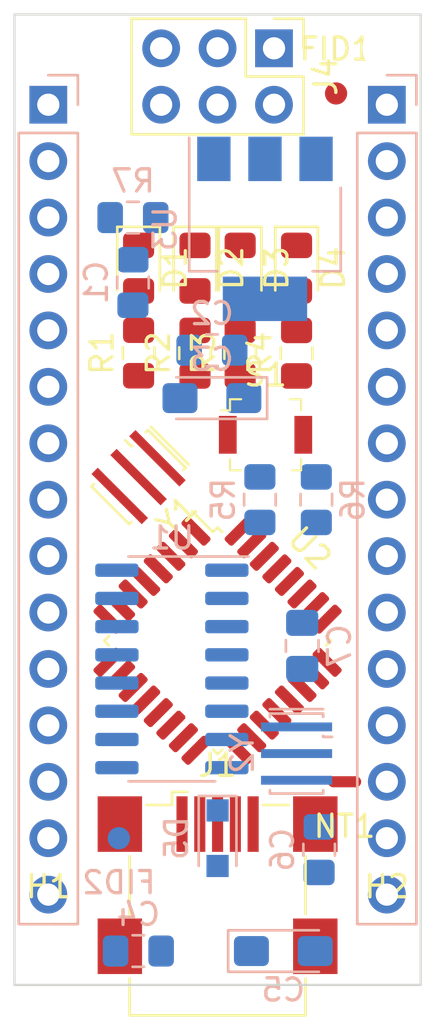
<source format=kicad_pcb>
(kicad_pcb (version 20171130) (host pcbnew 5.1.7-a382d34a8~87~ubuntu20.04.1)

  (general
    (thickness 1.6)
    (drawings 4)
    (tracks 0)
    (zones 0)
    (modules 36)
    (nets 51)
  )

  (page A4)
  (layers
    (0 F.Cu signal)
    (31 B.Cu signal hide)
    (32 B.Adhes user hide)
    (33 F.Adhes user hide)
    (34 B.Paste user hide)
    (35 F.Paste user hide)
    (36 B.SilkS user hide)
    (37 F.SilkS user hide)
    (38 B.Mask user hide)
    (39 F.Mask user hide)
    (40 Dwgs.User user hide)
    (41 Cmts.User user hide)
    (42 Eco1.User user hide)
    (43 Eco2.User user hide)
    (44 Edge.Cuts user)
    (45 Margin user hide)
    (46 B.CrtYd user hide)
    (47 F.CrtYd user)
    (48 B.Fab user hide)
    (49 F.Fab user hide)
  )

  (setup
    (last_trace_width 0.25)
    (trace_clearance 0.2)
    (zone_clearance 0.508)
    (zone_45_only no)
    (trace_min 0.2)
    (via_size 0.8)
    (via_drill 0.4)
    (via_min_size 0.4)
    (via_min_drill 0.3)
    (uvia_size 0.3)
    (uvia_drill 0.1)
    (uvias_allowed no)
    (uvia_min_size 0.2)
    (uvia_min_drill 0.1)
    (edge_width 0.05)
    (segment_width 0.2)
    (pcb_text_width 0.3)
    (pcb_text_size 1.5 1.5)
    (mod_edge_width 0.12)
    (mod_text_size 1 1)
    (mod_text_width 0.15)
    (pad_size 1.15 1.4)
    (pad_drill 0)
    (pad_to_mask_clearance 0.051)
    (solder_mask_min_width 0.25)
    (aux_axis_origin 0 0)
    (visible_elements FFFFF7FF)
    (pcbplotparams
      (layerselection 0x010fc_ffffffff)
      (usegerberextensions false)
      (usegerberattributes false)
      (usegerberadvancedattributes false)
      (creategerberjobfile false)
      (excludeedgelayer true)
      (linewidth 0.100000)
      (plotframeref false)
      (viasonmask false)
      (mode 1)
      (useauxorigin false)
      (hpglpennumber 1)
      (hpglpenspeed 20)
      (hpglpendiameter 15.000000)
      (psnegative false)
      (psa4output false)
      (plotreference true)
      (plotvalue true)
      (plotinvisibletext false)
      (padsonsilk false)
      (subtractmaskfromsilk false)
      (outputformat 1)
      (mirror false)
      (drillshape 1)
      (scaleselection 1)
      (outputdirectory ""))
  )

  (net 0 "")
  (net 1 "Net-(C1-Pad2)")
  (net 2 /RESET)
  (net 3 +5V)
  (net 4 GND)
  (net 5 VBUS)
  (net 6 /AREF)
  (net 7 GNDA)
  (net 8 /RX0)
  (net 9 "Net-(D1-Pad2)")
  (net 10 "Net-(D2-Pad2)")
  (net 11 /TX1)
  (net 12 "Net-(D3-Pad2)")
  (net 13 "Net-(D4-Pad2)")
  (net 14 "Net-(J1-Pad2)")
  (net 15 "Net-(J1-Pad3)")
  (net 16 "Net-(J1-Pad4)")
  (net 17 /D12_MISO)
  (net 18 /D11_MOSI)
  (net 19 /D10)
  (net 20 /D9)
  (net 21 /D8)
  (net 22 /D7)
  (net 23 /D6)
  (net 24 /D5)
  (net 25 /D4)
  (net 26 /D3)
  (net 27 /D2)
  (net 28 +VDC)
  (net 29 /A7)
  (net 30 /A6)
  (net 31 /A5)
  (net 32 /A4)
  (net 33 /A3)
  (net 34 /A2)
  (net 35 /A1)
  (net 36 /A0)
  (net 37 +3V3)
  (net 38 /D13_SCK)
  (net 39 "Net-(R5-Pad2)")
  (net 40 "Net-(R6-Pad1)")
  (net 41 "Net-(U1-Pad7)")
  (net 42 "Net-(U1-Pad8)")
  (net 43 "Net-(U1-Pad9)")
  (net 44 "Net-(U1-Pad10)")
  (net 45 "Net-(U1-Pad11)")
  (net 46 "Net-(U1-Pad12)")
  (net 47 "Net-(U1-Pad13)")
  (net 48 "Net-(U1-Pad15)")
  (net 49 "Net-(U2-Pad7)")
  (net 50 "Net-(U2-Pad8)")

  (net_class Default "This is the default net class."
    (clearance 0.2)
    (trace_width 0.25)
    (via_dia 0.8)
    (via_drill 0.4)
    (uvia_dia 0.3)
    (uvia_drill 0.1)
    (add_net +3V3)
    (add_net +5V)
    (add_net +VDC)
    (add_net /A0)
    (add_net /A1)
    (add_net /A2)
    (add_net /A3)
    (add_net /A4)
    (add_net /A5)
    (add_net /A6)
    (add_net /A7)
    (add_net /AREF)
    (add_net /D10)
    (add_net /D11_MOSI)
    (add_net /D12_MISO)
    (add_net /D13_SCK)
    (add_net /D2)
    (add_net /D3)
    (add_net /D4)
    (add_net /D5)
    (add_net /D6)
    (add_net /D7)
    (add_net /D8)
    (add_net /D9)
    (add_net /RESET)
    (add_net /RX0)
    (add_net /TX1)
    (add_net GND)
    (add_net GNDA)
    (add_net "Net-(C1-Pad2)")
    (add_net "Net-(D1-Pad2)")
    (add_net "Net-(D2-Pad2)")
    (add_net "Net-(D3-Pad2)")
    (add_net "Net-(D4-Pad2)")
    (add_net "Net-(J1-Pad2)")
    (add_net "Net-(J1-Pad3)")
    (add_net "Net-(J1-Pad4)")
    (add_net "Net-(R5-Pad2)")
    (add_net "Net-(R6-Pad1)")
    (add_net "Net-(U1-Pad10)")
    (add_net "Net-(U1-Pad11)")
    (add_net "Net-(U1-Pad12)")
    (add_net "Net-(U1-Pad13)")
    (add_net "Net-(U1-Pad15)")
    (add_net "Net-(U1-Pad7)")
    (add_net "Net-(U1-Pad8)")
    (add_net "Net-(U1-Pad9)")
    (add_net "Net-(U2-Pad7)")
    (add_net "Net-(U2-Pad8)")
    (add_net VBUS)
  )

  (module NetTie:NetTie-2_SMD_Pad0.5mm (layer F.Cu) (tedit 5A1CF6D3) (tstamp 5F87C6DF)
    (at 135.255 111.76 180)
    (descr "Net tie, 2 pin, 0.5mm square SMD pads")
    (tags "net tie")
    (path /5F8DF759)
    (attr virtual)
    (fp_text reference NT1 (at 0 -2) (layer F.SilkS)
      (effects (font (size 1 1) (thickness 0.15)))
    )
    (fp_text value Net-Tie_2 (at 0 2) (layer F.Fab)
      (effects (font (size 1 1) (thickness 0.15)))
    )
    (fp_poly (pts (xy -0.5 -0.25) (xy 0.5 -0.25) (xy 0.5 0.25) (xy -0.5 0.25)) (layer F.Cu) (width 0))
    (fp_line (start 1 -0.5) (end -1 -0.5) (layer F.CrtYd) (width 0.05))
    (fp_line (start 1 0.5) (end 1 -0.5) (layer F.CrtYd) (width 0.05))
    (fp_line (start -1 0.5) (end 1 0.5) (layer F.CrtYd) (width 0.05))
    (fp_line (start -1 -0.5) (end -1 0.5) (layer F.CrtYd) (width 0.05))
    (pad 2 smd circle (at 0.5 0 180) (size 0.5 0.5) (layers F.Cu)
      (net 4 GND))
    (pad 1 smd circle (at -0.5 0 180) (size 0.5 0.5) (layers F.Cu)
      (net 7 GNDA))
  )

  (module Capacitor_SMD:C_0805_2012Metric_Pad1.15x1.40mm_HandSolder (layer B.Cu) (tedit 5B36C52B) (tstamp 5F88521E)
    (at 125.73 89.281 270)
    (descr "Capacitor SMD 0805 (2012 Metric), square (rectangular) end terminal, IPC_7351 nominal with elongated pad for handsoldering. (Body size source: https://docs.google.com/spreadsheets/d/1BsfQQcO9C6DZCsRaXUlFlo91Tg2WpOkGARC1WS5S8t0/edit?usp=sharing), generated with kicad-footprint-generator")
    (tags "capacitor handsolder")
    (path /5F8A28A1)
    (attr smd)
    (fp_text reference C1 (at 0 1.65 90) (layer B.SilkS)
      (effects (font (size 1 1) (thickness 0.15)) (justify mirror))
    )
    (fp_text value 100nF (at 0 -1.65 90) (layer B.Fab)
      (effects (font (size 1 1) (thickness 0.15)) (justify mirror))
    )
    (fp_line (start -1 -0.6) (end -1 0.6) (layer B.Fab) (width 0.1))
    (fp_line (start -1 0.6) (end 1 0.6) (layer B.Fab) (width 0.1))
    (fp_line (start 1 0.6) (end 1 -0.6) (layer B.Fab) (width 0.1))
    (fp_line (start 1 -0.6) (end -1 -0.6) (layer B.Fab) (width 0.1))
    (fp_line (start -0.261252 0.71) (end 0.261252 0.71) (layer B.SilkS) (width 0.12))
    (fp_line (start -0.261252 -0.71) (end 0.261252 -0.71) (layer B.SilkS) (width 0.12))
    (fp_line (start -1.85 -0.95) (end -1.85 0.95) (layer B.CrtYd) (width 0.05))
    (fp_line (start -1.85 0.95) (end 1.85 0.95) (layer B.CrtYd) (width 0.05))
    (fp_line (start 1.85 0.95) (end 1.85 -0.95) (layer B.CrtYd) (width 0.05))
    (fp_line (start 1.85 -0.95) (end -1.85 -0.95) (layer B.CrtYd) (width 0.05))
    (fp_text user %R (at 0 0 90) (layer B.Fab)
      (effects (font (size 0.5 0.5) (thickness 0.08)) (justify mirror))
    )
    (pad 2 smd roundrect (at 1.025 0 270) (size 1.15 1.4) (layers B.Cu B.Paste B.Mask) (roundrect_rratio 0.217391)
      (net 1 "Net-(C1-Pad2)"))
    (pad 1 smd roundrect (at -1.025 0 270) (size 1.15 1.4) (layers B.Cu B.Paste B.Mask) (roundrect_rratio 0.217391)
      (net 2 /RESET))
    (model ${KISYS3DMOD}/Capacitor_SMD.3dshapes/C_0805_2012Metric.wrl
      (at (xyz 0 0 0))
      (scale (xyz 1 1 1))
      (rotate (xyz 0 0 0))
    )
  )

  (module Capacitor_SMD:C_0805_2012Metric_Pad1.15x1.40mm_HandSolder (layer B.Cu) (tedit 5B36C52B) (tstamp 5F87C566)
    (at 129.286 92.329 180)
    (descr "Capacitor SMD 0805 (2012 Metric), square (rectangular) end terminal, IPC_7351 nominal with elongated pad for handsoldering. (Body size source: https://docs.google.com/spreadsheets/d/1BsfQQcO9C6DZCsRaXUlFlo91Tg2WpOkGARC1WS5S8t0/edit?usp=sharing), generated with kicad-footprint-generator")
    (tags "capacitor handsolder")
    (path /5F8D7D00)
    (attr smd)
    (fp_text reference C2 (at 0 1.65) (layer B.SilkS)
      (effects (font (size 1 1) (thickness 0.15)) (justify mirror))
    )
    (fp_text value 100nF (at 0 -1.65) (layer B.Fab)
      (effects (font (size 1 1) (thickness 0.15)) (justify mirror))
    )
    (fp_line (start 1.85 -0.95) (end -1.85 -0.95) (layer B.CrtYd) (width 0.05))
    (fp_line (start 1.85 0.95) (end 1.85 -0.95) (layer B.CrtYd) (width 0.05))
    (fp_line (start -1.85 0.95) (end 1.85 0.95) (layer B.CrtYd) (width 0.05))
    (fp_line (start -1.85 -0.95) (end -1.85 0.95) (layer B.CrtYd) (width 0.05))
    (fp_line (start -0.261252 -0.71) (end 0.261252 -0.71) (layer B.SilkS) (width 0.12))
    (fp_line (start -0.261252 0.71) (end 0.261252 0.71) (layer B.SilkS) (width 0.12))
    (fp_line (start 1 -0.6) (end -1 -0.6) (layer B.Fab) (width 0.1))
    (fp_line (start 1 0.6) (end 1 -0.6) (layer B.Fab) (width 0.1))
    (fp_line (start -1 0.6) (end 1 0.6) (layer B.Fab) (width 0.1))
    (fp_line (start -1 -0.6) (end -1 0.6) (layer B.Fab) (width 0.1))
    (fp_text user %R (at 0 0) (layer B.Fab)
      (effects (font (size 0.5 0.5) (thickness 0.08)) (justify mirror))
    )
    (pad 1 smd roundrect (at -1.025 0 180) (size 1.15 1.4) (layers B.Cu B.Paste B.Mask) (roundrect_rratio 0.217391)
      (net 3 +5V))
    (pad 2 smd roundrect (at 1.025 0 180) (size 1.15 1.4) (layers B.Cu B.Paste B.Mask) (roundrect_rratio 0.217391)
      (net 4 GND))
    (model ${KISYS3DMOD}/Capacitor_SMD.3dshapes/C_0805_2012Metric.wrl
      (at (xyz 0 0 0))
      (scale (xyz 1 1 1))
      (rotate (xyz 0 0 0))
    )
  )

  (module Capacitor_Tantalum_SMD:CP_EIA-3216-18_Kemet-A_Pad1.58x1.35mm_HandSolder (layer B.Cu) (tedit 5B301BBE) (tstamp 5F87C579)
    (at 129.286 94.488 180)
    (descr "Tantalum Capacitor SMD Kemet-A (3216-18 Metric), IPC_7351 nominal, (Body size from: http://www.kemet.com/Lists/ProductCatalog/Attachments/253/KEM_TC101_STD.pdf), generated with kicad-footprint-generator")
    (tags "capacitor tantalum")
    (path /5F8D7D06)
    (attr smd)
    (fp_text reference C3 (at 0 1.75) (layer B.SilkS)
      (effects (font (size 1 1) (thickness 0.15)) (justify mirror))
    )
    (fp_text value 10uF (at 0 -1.75) (layer B.Fab)
      (effects (font (size 1 1) (thickness 0.15)) (justify mirror))
    )
    (fp_line (start 2.48 -1.05) (end -2.48 -1.05) (layer B.CrtYd) (width 0.05))
    (fp_line (start 2.48 1.05) (end 2.48 -1.05) (layer B.CrtYd) (width 0.05))
    (fp_line (start -2.48 1.05) (end 2.48 1.05) (layer B.CrtYd) (width 0.05))
    (fp_line (start -2.48 -1.05) (end -2.48 1.05) (layer B.CrtYd) (width 0.05))
    (fp_line (start -2.485 -0.935) (end 1.6 -0.935) (layer B.SilkS) (width 0.12))
    (fp_line (start -2.485 0.935) (end -2.485 -0.935) (layer B.SilkS) (width 0.12))
    (fp_line (start 1.6 0.935) (end -2.485 0.935) (layer B.SilkS) (width 0.12))
    (fp_line (start 1.6 -0.8) (end 1.6 0.8) (layer B.Fab) (width 0.1))
    (fp_line (start -1.6 -0.8) (end 1.6 -0.8) (layer B.Fab) (width 0.1))
    (fp_line (start -1.6 0.4) (end -1.6 -0.8) (layer B.Fab) (width 0.1))
    (fp_line (start -1.2 0.8) (end -1.6 0.4) (layer B.Fab) (width 0.1))
    (fp_line (start 1.6 0.8) (end -1.2 0.8) (layer B.Fab) (width 0.1))
    (fp_text user %R (at 0 0) (layer B.Fab)
      (effects (font (size 0.8 0.8) (thickness 0.12)) (justify mirror))
    )
    (pad 1 smd roundrect (at -1.4375 0 180) (size 1.575 1.35) (layers B.Cu B.Paste B.Mask) (roundrect_rratio 0.185185)
      (net 3 +5V))
    (pad 2 smd roundrect (at 1.4375 0 180) (size 1.575 1.35) (layers B.Cu B.Paste B.Mask) (roundrect_rratio 0.185185)
      (net 4 GND))
    (model ${KISYS3DMOD}/Capacitor_Tantalum_SMD.3dshapes/CP_EIA-3216-18_Kemet-A.wrl
      (at (xyz 0 0 0))
      (scale (xyz 1 1 1))
      (rotate (xyz 0 0 0))
    )
  )

  (module Capacitor_SMD:C_0805_2012Metric_Pad1.15x1.40mm_HandSolder (layer B.Cu) (tedit 5B36C52B) (tstamp 5F87C58A)
    (at 125.975 119.38 180)
    (descr "Capacitor SMD 0805 (2012 Metric), square (rectangular) end terminal, IPC_7351 nominal with elongated pad for handsoldering. (Body size source: https://docs.google.com/spreadsheets/d/1BsfQQcO9C6DZCsRaXUlFlo91Tg2WpOkGARC1WS5S8t0/edit?usp=sharing), generated with kicad-footprint-generator")
    (tags "capacitor handsolder")
    (path /5F8B89AB)
    (attr smd)
    (fp_text reference C4 (at 0 1.65) (layer B.SilkS)
      (effects (font (size 1 1) (thickness 0.15)) (justify mirror))
    )
    (fp_text value 100nF (at 0 -1.65) (layer B.Fab)
      (effects (font (size 1 1) (thickness 0.15)) (justify mirror))
    )
    (fp_line (start -1 -0.6) (end -1 0.6) (layer B.Fab) (width 0.1))
    (fp_line (start -1 0.6) (end 1 0.6) (layer B.Fab) (width 0.1))
    (fp_line (start 1 0.6) (end 1 -0.6) (layer B.Fab) (width 0.1))
    (fp_line (start 1 -0.6) (end -1 -0.6) (layer B.Fab) (width 0.1))
    (fp_line (start -0.261252 0.71) (end 0.261252 0.71) (layer B.SilkS) (width 0.12))
    (fp_line (start -0.261252 -0.71) (end 0.261252 -0.71) (layer B.SilkS) (width 0.12))
    (fp_line (start -1.85 -0.95) (end -1.85 0.95) (layer B.CrtYd) (width 0.05))
    (fp_line (start -1.85 0.95) (end 1.85 0.95) (layer B.CrtYd) (width 0.05))
    (fp_line (start 1.85 0.95) (end 1.85 -0.95) (layer B.CrtYd) (width 0.05))
    (fp_line (start 1.85 -0.95) (end -1.85 -0.95) (layer B.CrtYd) (width 0.05))
    (fp_text user %R (at 0 0) (layer B.Fab)
      (effects (font (size 0.5 0.5) (thickness 0.08)) (justify mirror))
    )
    (pad 2 smd roundrect (at 1.025 0 180) (size 1.15 1.4) (layers B.Cu B.Paste B.Mask) (roundrect_rratio 0.217391)
      (net 4 GND))
    (pad 1 smd roundrect (at -1.025 0 180) (size 1.15 1.4) (layers B.Cu B.Paste B.Mask) (roundrect_rratio 0.217391)
      (net 5 VBUS))
    (model ${KISYS3DMOD}/Capacitor_SMD.3dshapes/C_0805_2012Metric.wrl
      (at (xyz 0 0 0))
      (scale (xyz 1 1 1))
      (rotate (xyz 0 0 0))
    )
  )

  (module Capacitor_Tantalum_SMD:CP_EIA-3216-18_Kemet-A_Pad1.58x1.35mm_HandSolder (layer B.Cu) (tedit 5B301BBE) (tstamp 5F87C59D)
    (at 132.5015 119.38)
    (descr "Tantalum Capacitor SMD Kemet-A (3216-18 Metric), IPC_7351 nominal, (Body size from: http://www.kemet.com/Lists/ProductCatalog/Attachments/253/KEM_TC101_STD.pdf), generated with kicad-footprint-generator")
    (tags "capacitor tantalum")
    (path /5F8B9160)
    (attr smd)
    (fp_text reference C5 (at 0 1.75) (layer B.SilkS)
      (effects (font (size 1 1) (thickness 0.15)) (justify mirror))
    )
    (fp_text value 10uF (at 0 -1.75) (layer B.Fab)
      (effects (font (size 1 1) (thickness 0.15)) (justify mirror))
    )
    (fp_line (start 1.6 0.8) (end -1.2 0.8) (layer B.Fab) (width 0.1))
    (fp_line (start -1.2 0.8) (end -1.6 0.4) (layer B.Fab) (width 0.1))
    (fp_line (start -1.6 0.4) (end -1.6 -0.8) (layer B.Fab) (width 0.1))
    (fp_line (start -1.6 -0.8) (end 1.6 -0.8) (layer B.Fab) (width 0.1))
    (fp_line (start 1.6 -0.8) (end 1.6 0.8) (layer B.Fab) (width 0.1))
    (fp_line (start 1.6 0.935) (end -2.485 0.935) (layer B.SilkS) (width 0.12))
    (fp_line (start -2.485 0.935) (end -2.485 -0.935) (layer B.SilkS) (width 0.12))
    (fp_line (start -2.485 -0.935) (end 1.6 -0.935) (layer B.SilkS) (width 0.12))
    (fp_line (start -2.48 -1.05) (end -2.48 1.05) (layer B.CrtYd) (width 0.05))
    (fp_line (start -2.48 1.05) (end 2.48 1.05) (layer B.CrtYd) (width 0.05))
    (fp_line (start 2.48 1.05) (end 2.48 -1.05) (layer B.CrtYd) (width 0.05))
    (fp_line (start 2.48 -1.05) (end -2.48 -1.05) (layer B.CrtYd) (width 0.05))
    (fp_text user %R (at 0 0) (layer B.Fab)
      (effects (font (size 0.8 0.8) (thickness 0.12)) (justify mirror))
    )
    (pad 2 smd roundrect (at 1.4375 0) (size 1.575 1.35) (layers B.Cu B.Paste B.Mask) (roundrect_rratio 0.185185)
      (net 4 GND))
    (pad 1 smd roundrect (at -1.4375 0) (size 1.575 1.35) (layers B.Cu B.Paste B.Mask) (roundrect_rratio 0.185185)
      (net 5 VBUS))
    (model ${KISYS3DMOD}/Capacitor_Tantalum_SMD.3dshapes/CP_EIA-3216-18_Kemet-A.wrl
      (at (xyz 0 0 0))
      (scale (xyz 1 1 1))
      (rotate (xyz 0 0 0))
    )
  )

  (module Capacitor_SMD:C_0805_2012Metric_Pad1.15x1.40mm_HandSolder (layer B.Cu) (tedit 5B36C52B) (tstamp 5F87C5AE)
    (at 134.112 114.817 270)
    (descr "Capacitor SMD 0805 (2012 Metric), square (rectangular) end terminal, IPC_7351 nominal with elongated pad for handsoldering. (Body size source: https://docs.google.com/spreadsheets/d/1BsfQQcO9C6DZCsRaXUlFlo91Tg2WpOkGARC1WS5S8t0/edit?usp=sharing), generated with kicad-footprint-generator")
    (tags "capacitor handsolder")
    (path /5F8F071A)
    (attr smd)
    (fp_text reference C6 (at 0 1.65 90) (layer B.SilkS)
      (effects (font (size 1 1) (thickness 0.15)) (justify mirror))
    )
    (fp_text value 100nF (at 0 -1.65 90) (layer B.Fab)
      (effects (font (size 1 1) (thickness 0.15)) (justify mirror))
    )
    (fp_line (start 1.85 -0.95) (end -1.85 -0.95) (layer B.CrtYd) (width 0.05))
    (fp_line (start 1.85 0.95) (end 1.85 -0.95) (layer B.CrtYd) (width 0.05))
    (fp_line (start -1.85 0.95) (end 1.85 0.95) (layer B.CrtYd) (width 0.05))
    (fp_line (start -1.85 -0.95) (end -1.85 0.95) (layer B.CrtYd) (width 0.05))
    (fp_line (start -0.261252 -0.71) (end 0.261252 -0.71) (layer B.SilkS) (width 0.12))
    (fp_line (start -0.261252 0.71) (end 0.261252 0.71) (layer B.SilkS) (width 0.12))
    (fp_line (start 1 -0.6) (end -1 -0.6) (layer B.Fab) (width 0.1))
    (fp_line (start 1 0.6) (end 1 -0.6) (layer B.Fab) (width 0.1))
    (fp_line (start -1 0.6) (end 1 0.6) (layer B.Fab) (width 0.1))
    (fp_line (start -1 -0.6) (end -1 0.6) (layer B.Fab) (width 0.1))
    (fp_text user %R (at 0 0 90) (layer B.Fab)
      (effects (font (size 0.5 0.5) (thickness 0.08)) (justify mirror))
    )
    (pad 1 smd roundrect (at -1.025 0 270) (size 1.15 1.4) (layers B.Cu B.Paste B.Mask) (roundrect_rratio 0.217391)
      (net 6 /AREF))
    (pad 2 smd roundrect (at 1.025 0 270) (size 1.15 1.4) (layers B.Cu B.Paste B.Mask) (roundrect_rratio 0.217391)
      (net 7 GNDA))
    (model ${KISYS3DMOD}/Capacitor_SMD.3dshapes/C_0805_2012Metric.wrl
      (at (xyz 0 0 0))
      (scale (xyz 1 1 1))
      (rotate (xyz 0 0 0))
    )
  )

  (module LED_SMD:LED_0805_2012Metric_Pad1.15x1.40mm_HandSolder (layer F.Cu) (tedit 5B4B45C9) (tstamp 5F87C5C1)
    (at 125.984 88.637 270)
    (descr "LED SMD 0805 (2012 Metric), square (rectangular) end terminal, IPC_7351 nominal, (Body size source: https://docs.google.com/spreadsheets/d/1BsfQQcO9C6DZCsRaXUlFlo91Tg2WpOkGARC1WS5S8t0/edit?usp=sharing), generated with kicad-footprint-generator")
    (tags "LED handsolder")
    (path /5FC2C306)
    (attr smd)
    (fp_text reference D1 (at 0 -1.65 90) (layer F.SilkS)
      (effects (font (size 1 1) (thickness 0.15)))
    )
    (fp_text value "LED ROJO" (at 0 1.65 90) (layer F.Fab)
      (effects (font (size 1 1) (thickness 0.15)))
    )
    (fp_line (start 1.85 0.95) (end -1.85 0.95) (layer F.CrtYd) (width 0.05))
    (fp_line (start 1.85 -0.95) (end 1.85 0.95) (layer F.CrtYd) (width 0.05))
    (fp_line (start -1.85 -0.95) (end 1.85 -0.95) (layer F.CrtYd) (width 0.05))
    (fp_line (start -1.85 0.95) (end -1.85 -0.95) (layer F.CrtYd) (width 0.05))
    (fp_line (start -1.86 0.96) (end 1 0.96) (layer F.SilkS) (width 0.12))
    (fp_line (start -1.86 -0.96) (end -1.86 0.96) (layer F.SilkS) (width 0.12))
    (fp_line (start 1 -0.96) (end -1.86 -0.96) (layer F.SilkS) (width 0.12))
    (fp_line (start 1 0.6) (end 1 -0.6) (layer F.Fab) (width 0.1))
    (fp_line (start -1 0.6) (end 1 0.6) (layer F.Fab) (width 0.1))
    (fp_line (start -1 -0.3) (end -1 0.6) (layer F.Fab) (width 0.1))
    (fp_line (start -0.7 -0.6) (end -1 -0.3) (layer F.Fab) (width 0.1))
    (fp_line (start 1 -0.6) (end -0.7 -0.6) (layer F.Fab) (width 0.1))
    (fp_text user %R (at 0 0 90) (layer F.Fab)
      (effects (font (size 0.5 0.5) (thickness 0.08)))
    )
    (pad 1 smd roundrect (at -1.025 0 270) (size 1.15 1.4) (layers F.Cu F.Paste F.Mask) (roundrect_rratio 0.217391)
      (net 8 /RX0))
    (pad 2 smd roundrect (at 1.025 0 270) (size 1.15 1.4) (layers F.Cu F.Paste F.Mask) (roundrect_rratio 0.217391)
      (net 9 "Net-(D1-Pad2)"))
    (model ${KISYS3DMOD}/LED_SMD.3dshapes/LED_0805_2012Metric.wrl
      (at (xyz 0 0 0))
      (scale (xyz 1 1 1))
      (rotate (xyz 0 0 0))
    )
  )

  (module LED_SMD:LED_0805_2012Metric_Pad1.15x1.40mm_HandSolder (layer F.Cu) (tedit 5B4B45C9) (tstamp 5F87C5D4)
    (at 128.524 88.637 270)
    (descr "LED SMD 0805 (2012 Metric), square (rectangular) end terminal, IPC_7351 nominal, (Body size source: https://docs.google.com/spreadsheets/d/1BsfQQcO9C6DZCsRaXUlFlo91Tg2WpOkGARC1WS5S8t0/edit?usp=sharing), generated with kicad-footprint-generator")
    (tags "LED handsolder")
    (path /5FC35793)
    (attr smd)
    (fp_text reference D2 (at 0 -1.65 90) (layer F.SilkS)
      (effects (font (size 1 1) (thickness 0.15)))
    )
    (fp_text value "LED VERDE" (at 0 1.65 90) (layer F.Fab)
      (effects (font (size 1 1) (thickness 0.15)))
    )
    (fp_line (start 1 -0.6) (end -0.7 -0.6) (layer F.Fab) (width 0.1))
    (fp_line (start -0.7 -0.6) (end -1 -0.3) (layer F.Fab) (width 0.1))
    (fp_line (start -1 -0.3) (end -1 0.6) (layer F.Fab) (width 0.1))
    (fp_line (start -1 0.6) (end 1 0.6) (layer F.Fab) (width 0.1))
    (fp_line (start 1 0.6) (end 1 -0.6) (layer F.Fab) (width 0.1))
    (fp_line (start 1 -0.96) (end -1.86 -0.96) (layer F.SilkS) (width 0.12))
    (fp_line (start -1.86 -0.96) (end -1.86 0.96) (layer F.SilkS) (width 0.12))
    (fp_line (start -1.86 0.96) (end 1 0.96) (layer F.SilkS) (width 0.12))
    (fp_line (start -1.85 0.95) (end -1.85 -0.95) (layer F.CrtYd) (width 0.05))
    (fp_line (start -1.85 -0.95) (end 1.85 -0.95) (layer F.CrtYd) (width 0.05))
    (fp_line (start 1.85 -0.95) (end 1.85 0.95) (layer F.CrtYd) (width 0.05))
    (fp_line (start 1.85 0.95) (end -1.85 0.95) (layer F.CrtYd) (width 0.05))
    (fp_text user %R (at 0 0 90) (layer F.Fab)
      (effects (font (size 0.5 0.5) (thickness 0.08)))
    )
    (pad 2 smd roundrect (at 1.025 0 270) (size 1.15 1.4) (layers F.Cu F.Paste F.Mask) (roundrect_rratio 0.217391)
      (net 10 "Net-(D2-Pad2)"))
    (pad 1 smd roundrect (at -1.025 0 270) (size 1.15 1.4) (layers F.Cu F.Paste F.Mask) (roundrect_rratio 0.217391)
      (net 11 /TX1))
    (model ${KISYS3DMOD}/LED_SMD.3dshapes/LED_0805_2012Metric.wrl
      (at (xyz 0 0 0))
      (scale (xyz 1 1 1))
      (rotate (xyz 0 0 0))
    )
  )

  (module LED_SMD:LED_0805_2012Metric_Pad1.15x1.40mm_HandSolder (layer F.Cu) (tedit 5B4B45C9) (tstamp 5F87C5E7)
    (at 130.556 88.637 270)
    (descr "LED SMD 0805 (2012 Metric), square (rectangular) end terminal, IPC_7351 nominal, (Body size source: https://docs.google.com/spreadsheets/d/1BsfQQcO9C6DZCsRaXUlFlo91Tg2WpOkGARC1WS5S8t0/edit?usp=sharing), generated with kicad-footprint-generator")
    (tags "LED handsolder")
    (path /5F87F27C)
    (attr smd)
    (fp_text reference D3 (at 0 -1.65 90) (layer F.SilkS)
      (effects (font (size 1 1) (thickness 0.15)))
    )
    (fp_text value "LED VERDE" (at 0 1.65 90) (layer F.Fab)
      (effects (font (size 1 1) (thickness 0.15)))
    )
    (fp_line (start 1 -0.6) (end -0.7 -0.6) (layer F.Fab) (width 0.1))
    (fp_line (start -0.7 -0.6) (end -1 -0.3) (layer F.Fab) (width 0.1))
    (fp_line (start -1 -0.3) (end -1 0.6) (layer F.Fab) (width 0.1))
    (fp_line (start -1 0.6) (end 1 0.6) (layer F.Fab) (width 0.1))
    (fp_line (start 1 0.6) (end 1 -0.6) (layer F.Fab) (width 0.1))
    (fp_line (start 1 -0.96) (end -1.86 -0.96) (layer F.SilkS) (width 0.12))
    (fp_line (start -1.86 -0.96) (end -1.86 0.96) (layer F.SilkS) (width 0.12))
    (fp_line (start -1.86 0.96) (end 1 0.96) (layer F.SilkS) (width 0.12))
    (fp_line (start -1.85 0.95) (end -1.85 -0.95) (layer F.CrtYd) (width 0.05))
    (fp_line (start -1.85 -0.95) (end 1.85 -0.95) (layer F.CrtYd) (width 0.05))
    (fp_line (start 1.85 -0.95) (end 1.85 0.95) (layer F.CrtYd) (width 0.05))
    (fp_line (start 1.85 0.95) (end -1.85 0.95) (layer F.CrtYd) (width 0.05))
    (fp_text user %R (at 0 0 90) (layer F.Fab)
      (effects (font (size 0.5 0.5) (thickness 0.08)))
    )
    (pad 2 smd roundrect (at 1.025 0 270) (size 1.15 1.4) (layers F.Cu F.Paste F.Mask) (roundrect_rratio 0.217391)
      (net 12 "Net-(D3-Pad2)"))
    (pad 1 smd roundrect (at -1.025 0 270) (size 1.15 1.4) (layers F.Cu F.Paste F.Mask) (roundrect_rratio 0.217391)
      (net 4 GND))
    (model ${KISYS3DMOD}/LED_SMD.3dshapes/LED_0805_2012Metric.wrl
      (at (xyz 0 0 0))
      (scale (xyz 1 1 1))
      (rotate (xyz 0 0 0))
    )
  )

  (module LED_SMD:LED_0805_2012Metric_Pad1.15x1.40mm_HandSolder (layer F.Cu) (tedit 5B4B45C9) (tstamp 5F87C5FA)
    (at 133.096 88.637 270)
    (descr "LED SMD 0805 (2012 Metric), square (rectangular) end terminal, IPC_7351 nominal, (Body size source: https://docs.google.com/spreadsheets/d/1BsfQQcO9C6DZCsRaXUlFlo91Tg2WpOkGARC1WS5S8t0/edit?usp=sharing), generated with kicad-footprint-generator")
    (tags "LED handsolder")
    (path /5FC6E5A0)
    (attr smd)
    (fp_text reference D4 (at 0 -1.65 90) (layer F.SilkS)
      (effects (font (size 1 1) (thickness 0.15)))
    )
    (fp_text value "LED AMARILLO" (at 0 1.65 90) (layer F.Fab)
      (effects (font (size 1 1) (thickness 0.15)))
    )
    (fp_line (start 1.85 0.95) (end -1.85 0.95) (layer F.CrtYd) (width 0.05))
    (fp_line (start 1.85 -0.95) (end 1.85 0.95) (layer F.CrtYd) (width 0.05))
    (fp_line (start -1.85 -0.95) (end 1.85 -0.95) (layer F.CrtYd) (width 0.05))
    (fp_line (start -1.85 0.95) (end -1.85 -0.95) (layer F.CrtYd) (width 0.05))
    (fp_line (start -1.86 0.96) (end 1 0.96) (layer F.SilkS) (width 0.12))
    (fp_line (start -1.86 -0.96) (end -1.86 0.96) (layer F.SilkS) (width 0.12))
    (fp_line (start 1 -0.96) (end -1.86 -0.96) (layer F.SilkS) (width 0.12))
    (fp_line (start 1 0.6) (end 1 -0.6) (layer F.Fab) (width 0.1))
    (fp_line (start -1 0.6) (end 1 0.6) (layer F.Fab) (width 0.1))
    (fp_line (start -1 -0.3) (end -1 0.6) (layer F.Fab) (width 0.1))
    (fp_line (start -0.7 -0.6) (end -1 -0.3) (layer F.Fab) (width 0.1))
    (fp_line (start 1 -0.6) (end -0.7 -0.6) (layer F.Fab) (width 0.1))
    (fp_text user %R (at 0 0 90) (layer F.Fab)
      (effects (font (size 0.5 0.5) (thickness 0.08)))
    )
    (pad 1 smd roundrect (at -1.025 0 270) (size 1.15 1.4) (layers F.Cu F.Paste F.Mask) (roundrect_rratio 0.217391)
      (net 4 GND))
    (pad 2 smd roundrect (at 1.025 0 270) (size 1.15 1.4) (layers F.Cu F.Paste F.Mask) (roundrect_rratio 0.217391)
      (net 13 "Net-(D4-Pad2)"))
    (model ${KISYS3DMOD}/LED_SMD.3dshapes/LED_0805_2012Metric.wrl
      (at (xyz 0 0 0))
      (scale (xyz 1 1 1))
      (rotate (xyz 0 0 0))
    )
  )

  (module Diode_SMD:D_SOD-323_HandSoldering (layer B.Cu) (tedit 58641869) (tstamp 5F87C612)
    (at 129.54 114.3 270)
    (descr SOD-323)
    (tags SOD-323)
    (path /5F86F8A0)
    (attr smd)
    (fp_text reference D5 (at 0 1.85 90) (layer B.SilkS)
      (effects (font (size 1 1) (thickness 0.15)) (justify mirror))
    )
    (fp_text value D_Schottky (at 0.1 -1.9 90) (layer B.Fab)
      (effects (font (size 1 1) (thickness 0.15)) (justify mirror))
    )
    (fp_line (start -1.9 0.85) (end 1.25 0.85) (layer B.SilkS) (width 0.12))
    (fp_line (start -1.9 -0.85) (end 1.25 -0.85) (layer B.SilkS) (width 0.12))
    (fp_line (start -2 0.95) (end -2 -0.95) (layer B.CrtYd) (width 0.05))
    (fp_line (start -2 -0.95) (end 2 -0.95) (layer B.CrtYd) (width 0.05))
    (fp_line (start 2 0.95) (end 2 -0.95) (layer B.CrtYd) (width 0.05))
    (fp_line (start -2 0.95) (end 2 0.95) (layer B.CrtYd) (width 0.05))
    (fp_line (start -0.9 0.7) (end 0.9 0.7) (layer B.Fab) (width 0.1))
    (fp_line (start 0.9 0.7) (end 0.9 -0.7) (layer B.Fab) (width 0.1))
    (fp_line (start 0.9 -0.7) (end -0.9 -0.7) (layer B.Fab) (width 0.1))
    (fp_line (start -0.9 -0.7) (end -0.9 0.7) (layer B.Fab) (width 0.1))
    (fp_line (start -0.3 0.35) (end -0.3 -0.35) (layer B.Fab) (width 0.1))
    (fp_line (start -0.3 0) (end -0.5 0) (layer B.Fab) (width 0.1))
    (fp_line (start -0.3 0) (end 0.2 0.35) (layer B.Fab) (width 0.1))
    (fp_line (start 0.2 0.35) (end 0.2 -0.35) (layer B.Fab) (width 0.1))
    (fp_line (start 0.2 -0.35) (end -0.3 0) (layer B.Fab) (width 0.1))
    (fp_line (start 0.2 0) (end 0.45 0) (layer B.Fab) (width 0.1))
    (fp_line (start -1.9 0.85) (end -1.9 -0.85) (layer B.SilkS) (width 0.12))
    (fp_text user %R (at 0 1.85 90) (layer B.Fab)
      (effects (font (size 1 1) (thickness 0.15)) (justify mirror))
    )
    (pad 1 smd rect (at -1.25 0 270) (size 1 1) (layers B.Cu B.Paste B.Mask)
      (net 3 +5V))
    (pad 2 smd rect (at 1.25 0 270) (size 1 1) (layers B.Cu B.Paste B.Mask)
      (net 5 VBUS))
    (model ${KISYS3DMOD}/Diode_SMD.3dshapes/D_SOD-323.wrl
      (at (xyz 0 0 0))
      (scale (xyz 1 1 1))
      (rotate (xyz 0 0 0))
    )
  )

  (module Fiducial:Fiducial_1mm_Mask2mm (layer F.Cu) (tedit 5C18CB26) (tstamp 5F87C61A)
    (at 134.874 80.772)
    (descr "Circular Fiducial, 1mm bare copper, 2mm soldermask opening (Level A)")
    (tags fiducial)
    (path /5F980960)
    (attr smd)
    (fp_text reference FID1 (at 0 -2) (layer F.SilkS)
      (effects (font (size 1 1) (thickness 0.15)))
    )
    (fp_text value Fiducial (at 0 2) (layer F.Fab)
      (effects (font (size 1 1) (thickness 0.15)))
    )
    (fp_circle (center 0 0) (end 1.25 0) (layer F.CrtYd) (width 0.05))
    (fp_circle (center 0 0) (end 1 0) (layer F.Fab) (width 0.1))
    (fp_text user %R (at 0 0) (layer F.Fab)
      (effects (font (size 0.4 0.4) (thickness 0.06)))
    )
    (pad "" smd circle (at 0 0) (size 1 1) (layers F.Cu F.Mask)
      (solder_mask_margin 0.5) (clearance 0.5))
  )

  (module Fiducial:Fiducial_1mm_Mask2mm (layer B.Cu) (tedit 5C18CB26) (tstamp 5F87C622)
    (at 125.095 114.3)
    (descr "Circular Fiducial, 1mm bare copper, 2mm soldermask opening (Level A)")
    (tags fiducial)
    (path /5F9812F8)
    (attr smd)
    (fp_text reference FID2 (at 0 2) (layer B.SilkS)
      (effects (font (size 1 1) (thickness 0.15)) (justify mirror))
    )
    (fp_text value Fiducial (at 0 -2) (layer B.Fab)
      (effects (font (size 1 1) (thickness 0.15)) (justify mirror))
    )
    (fp_circle (center 0 0) (end 1 0) (layer B.Fab) (width 0.1))
    (fp_circle (center 0 0) (end 1.25 0) (layer B.CrtYd) (width 0.05))
    (fp_text user %R (at 0 0) (layer B.Fab)
      (effects (font (size 0.4 0.4) (thickness 0.06)) (justify mirror))
    )
    (pad "" smd circle (at 0 0) (size 1 1) (layers B.Cu B.Mask)
      (solder_mask_margin 0.5) (clearance 0.5))
  )

  (module MountingHole:MountingHole_2.2mm_M2_ISO14580 (layer F.Cu) (tedit 56D1B4CB) (tstamp 5F87C62A)
    (at 121.92 119.38)
    (descr "Mounting Hole 2.2mm, no annular, M2, ISO14580")
    (tags "mounting hole 2.2mm no annular m2 iso14580")
    (path /5F978133)
    (attr virtual)
    (fp_text reference H1 (at 0 -2.9) (layer F.SilkS)
      (effects (font (size 1 1) (thickness 0.15)))
    )
    (fp_text value MountingHole (at 0 2.9) (layer F.Fab)
      (effects (font (size 1 1) (thickness 0.15)))
    )
    (fp_circle (center 0 0) (end 1.9 0) (layer Cmts.User) (width 0.15))
    (fp_circle (center 0 0) (end 2.15 0) (layer F.CrtYd) (width 0.05))
    (fp_text user %R (at 0.3 0) (layer F.Fab)
      (effects (font (size 1 1) (thickness 0.15)))
    )
    (pad 1 np_thru_hole circle (at 0 0) (size 2.2 2.2) (drill 2.2) (layers *.Cu *.Mask))
  )

  (module MountingHole:MountingHole_2.2mm_M2_ISO14580 (layer F.Cu) (tedit 56D1B4CB) (tstamp 5F87C632)
    (at 137.16 119.38)
    (descr "Mounting Hole 2.2mm, no annular, M2, ISO14580")
    (tags "mounting hole 2.2mm no annular m2 iso14580")
    (path /5F979E7C)
    (attr virtual)
    (fp_text reference H2 (at 0 -2.9) (layer F.SilkS)
      (effects (font (size 1 1) (thickness 0.15)))
    )
    (fp_text value MountingHole (at 0 2.9) (layer F.Fab)
      (effects (font (size 1 1) (thickness 0.15)))
    )
    (fp_circle (center 0 0) (end 2.15 0) (layer F.CrtYd) (width 0.05))
    (fp_circle (center 0 0) (end 1.9 0) (layer Cmts.User) (width 0.15))
    (fp_text user %R (at 0.3 0) (layer F.Fab)
      (effects (font (size 1 1) (thickness 0.15)))
    )
    (pad 1 np_thru_hole circle (at 0 0) (size 2.2 2.2) (drill 2.2) (layers *.Cu *.Mask))
  )

  (module MountingHole:MountingHole_2.2mm_M2_ISO14580 (layer F.Cu) (tedit 56D1B4CB) (tstamp 5F87C63A)
    (at 121.92 78.74)
    (descr "Mounting Hole 2.2mm, no annular, M2, ISO14580")
    (tags "mounting hole 2.2mm no annular m2 iso14580")
    (path /5F97C1D6)
    (attr virtual)
    (fp_text reference H3 (at 0 -2.9) (layer F.SilkS)
      (effects (font (size 1 1) (thickness 0.15)))
    )
    (fp_text value MountingHole (at 0 2.9) (layer F.Fab)
      (effects (font (size 1 1) (thickness 0.15)))
    )
    (fp_circle (center 0 0) (end 2.15 0) (layer F.CrtYd) (width 0.05))
    (fp_circle (center 0 0) (end 1.9 0) (layer Cmts.User) (width 0.15))
    (fp_text user %R (at 0.3 0) (layer F.Fab)
      (effects (font (size 1 1) (thickness 0.15)))
    )
    (pad 1 np_thru_hole circle (at 0 0) (size 2.2 2.2) (drill 2.2) (layers *.Cu *.Mask))
  )

  (module MountingHole:MountingHole_2.2mm_M2_ISO14580 (layer F.Cu) (tedit 56D1B4CB) (tstamp 5F87C642)
    (at 137.16 78.74)
    (descr "Mounting Hole 2.2mm, no annular, M2, ISO14580")
    (tags "mounting hole 2.2mm no annular m2 iso14580")
    (path /5F97E5FB)
    (attr virtual)
    (fp_text reference H4 (at 0 -2.9) (layer F.SilkS)
      (effects (font (size 1 1) (thickness 0.15)))
    )
    (fp_text value MountingHole (at 0 2.9) (layer F.Fab)
      (effects (font (size 1 1) (thickness 0.15)))
    )
    (fp_circle (center 0 0) (end 1.9 0) (layer Cmts.User) (width 0.15))
    (fp_circle (center 0 0) (end 2.15 0) (layer F.CrtYd) (width 0.05))
    (fp_text user %R (at 0.3 0) (layer F.Fab)
      (effects (font (size 1 1) (thickness 0.15)))
    )
    (pad 1 np_thru_hole circle (at 0 0) (size 2.2 2.2) (drill 2.2) (layers *.Cu *.Mask))
  )

  (module Connector_USB:USB_Mini-B_Wuerth_65100516121_Horizontal (layer F.Cu) (tedit 5D90ED94) (tstamp 5F87C672)
    (at 129.54 116.265)
    (descr "Mini USB 2.0 Type B SMT Horizontal 5 Contacts (https://katalog.we-online.de/em/datasheet/65100516121.pdf)")
    (tags "Mini USB 2.0 Type B")
    (path /5F862911)
    (attr smd)
    (fp_text reference J1 (at 0 -5.25) (layer F.SilkS)
      (effects (font (size 1 1) (thickness 0.15)))
    )
    (fp_text value USB_B_Mini (at 0 7.35) (layer F.Fab)
      (effects (font (size 1 1) (thickness 0.15)))
    )
    (fp_line (start -5.89 4.65) (end -5.9 1.15) (layer F.CrtYd) (width 0.05))
    (fp_line (start -4.35 -0.85) (end -5.9 -0.85) (layer F.CrtYd) (width 0.05))
    (fp_line (start -5.9 1.15) (end -4.35 1.15) (layer F.CrtYd) (width 0.05))
    (fp_line (start -4.35 4.65) (end -5.89 4.65) (layer F.CrtYd) (width 0.05))
    (fp_line (start 5.9 1.15) (end 5.9 4.65) (layer F.CrtYd) (width 0.05))
    (fp_line (start 5.9 -0.85) (end 4.35 -0.85) (layer F.CrtYd) (width 0.05))
    (fp_line (start 4.35 1.15) (end 5.9 1.15) (layer F.CrtYd) (width 0.05))
    (fp_line (start 5.9 4.65) (end 4.35 4.65) (layer F.CrtYd) (width 0.05))
    (fp_line (start 4.35 -0.85) (end 4.35 1.15) (layer F.CrtYd) (width 0.05))
    (fp_line (start -4.35 1.15) (end -4.35 -0.85) (layer F.CrtYd) (width 0.05))
    (fp_line (start 4.35 4.65) (end 4.35 6.4) (layer F.CrtYd) (width 0.05))
    (fp_line (start -4.35 6.4) (end -4.35 4.65) (layer F.CrtYd) (width 0.05))
    (fp_line (start -1.3 -3.35) (end 3.85 -3.35) (layer F.Fab) (width 0.1))
    (fp_line (start -1.6 -2.85) (end -1.3 -3.35) (layer F.Fab) (width 0.1))
    (fp_line (start -1.9 -3.35) (end -1.6 -2.85) (layer F.Fab) (width 0.1))
    (fp_line (start 4.35 6.4) (end -4.35 6.4) (layer F.CrtYd) (width 0.05))
    (fp_line (start 5.9 -4.35) (end 5.9 -0.85) (layer F.CrtYd) (width 0.05))
    (fp_line (start -5.9 -4.35) (end 5.9 -4.35) (layer F.CrtYd) (width 0.05))
    (fp_line (start -5.9 -0.85) (end -5.9 -4.35) (layer F.CrtYd) (width 0.05))
    (fp_line (start 3.96 6.01) (end 3.96 4.35) (layer F.SilkS) (width 0.12))
    (fp_line (start -3.96 6.01) (end 3.96 6.01) (layer F.SilkS) (width 0.12))
    (fp_line (start -3.96 4.35) (end -3.96 6.01) (layer F.SilkS) (width 0.12))
    (fp_line (start 2.05 -3.46) (end 3.2 -3.46) (layer F.SilkS) (width 0.12))
    (fp_line (start -2.05 -4.05) (end -1.35 -4.05) (layer F.SilkS) (width 0.12))
    (fp_line (start -2.05 -3.46) (end -2.05 -4.05) (layer F.SilkS) (width 0.12))
    (fp_line (start -3.2 -3.46) (end -2.05 -3.46) (layer F.SilkS) (width 0.12))
    (fp_line (start 3.96 -1.15) (end 3.96 1.45) (layer F.SilkS) (width 0.12))
    (fp_line (start -3.96 1.45) (end -3.96 -1.15) (layer F.SilkS) (width 0.12))
    (fp_line (start -3.85 5.9) (end -3.85 -3.35) (layer F.Fab) (width 0.1))
    (fp_line (start 3.85 5.9) (end -3.85 5.9) (layer F.Fab) (width 0.1))
    (fp_line (start 3.85 -3.35) (end 3.85 5.9) (layer F.Fab) (width 0.1))
    (fp_line (start -3.85 -3.35) (end -1.9 -3.35) (layer F.Fab) (width 0.1))
    (fp_text user %R (at 0 0) (layer F.Fab)
      (effects (font (size 1 1) (thickness 0.15)))
    )
    (pad 6 smd rect (at -4.4 2.9) (size 2 2.5) (layers F.Cu F.Paste F.Mask)
      (net 4 GND))
    (pad 6 smd rect (at 4.4 2.9) (size 2 2.5) (layers F.Cu F.Paste F.Mask)
      (net 4 GND))
    (pad 6 smd rect (at -4.4 -2.6) (size 2 2.5) (layers F.Cu F.Paste F.Mask)
      (net 4 GND))
    (pad 6 smd rect (at 4.4 -2.6) (size 2 2.5) (layers F.Cu F.Paste F.Mask)
      (net 4 GND))
    (pad 1 smd rect (at -1.6 -2.6) (size 0.5 2.5) (layers F.Cu F.Paste F.Mask)
      (net 5 VBUS))
    (pad 2 smd rect (at -0.8 -2.6) (size 0.5 2.5) (layers F.Cu F.Paste F.Mask)
      (net 14 "Net-(J1-Pad2)"))
    (pad 3 smd rect (at 0 -2.6) (size 0.5 2.5) (layers F.Cu F.Paste F.Mask)
      (net 15 "Net-(J1-Pad3)"))
    (pad 4 smd rect (at 0.8 -2.6) (size 0.5 2.5) (layers F.Cu F.Paste F.Mask)
      (net 16 "Net-(J1-Pad4)"))
    (pad 5 smd rect (at 1.6 -2.6) (size 0.5 2.5) (layers F.Cu F.Paste F.Mask)
      (net 4 GND))
    (pad "" np_thru_hole circle (at -2.2 0) (size 0.9 0.9) (drill 0.9) (layers *.Cu *.Mask))
    (pad "" np_thru_hole circle (at 2.2 0) (size 0.9 0.9) (drill 0.9) (layers *.Cu *.Mask))
    (model ${KISYS3DMOD}/Connector_USB.3dshapes/USB_Mini-B_Wuerth_65100516121_Horizontal.wrl
      (at (xyz 0 0 0))
      (scale (xyz 1 1 1))
      (rotate (xyz 0 0 0))
    )
  )

  (module Connector_PinHeader_2.54mm:PinHeader_1x15_P2.54mm_Vertical (layer B.Cu) (tedit 59FED5CC) (tstamp 5F87C695)
    (at 121.92 81.28 180)
    (descr "Through hole straight pin header, 1x15, 2.54mm pitch, single row")
    (tags "Through hole pin header THT 1x15 2.54mm single row")
    (path /5FADC671)
    (fp_text reference J2 (at 0 2.33) (layer B.SilkS)
      (effects (font (size 1 1) (thickness 0.15)) (justify mirror))
    )
    (fp_text value Conn_01x15 (at 0 -37.89) (layer B.Fab)
      (effects (font (size 1 1) (thickness 0.15)) (justify mirror))
    )
    (fp_line (start -0.635 1.27) (end 1.27 1.27) (layer B.Fab) (width 0.1))
    (fp_line (start 1.27 1.27) (end 1.27 -36.83) (layer B.Fab) (width 0.1))
    (fp_line (start 1.27 -36.83) (end -1.27 -36.83) (layer B.Fab) (width 0.1))
    (fp_line (start -1.27 -36.83) (end -1.27 0.635) (layer B.Fab) (width 0.1))
    (fp_line (start -1.27 0.635) (end -0.635 1.27) (layer B.Fab) (width 0.1))
    (fp_line (start -1.33 -36.89) (end 1.33 -36.89) (layer B.SilkS) (width 0.12))
    (fp_line (start -1.33 -1.27) (end -1.33 -36.89) (layer B.SilkS) (width 0.12))
    (fp_line (start 1.33 -1.27) (end 1.33 -36.89) (layer B.SilkS) (width 0.12))
    (fp_line (start -1.33 -1.27) (end 1.33 -1.27) (layer B.SilkS) (width 0.12))
    (fp_line (start -1.33 0) (end -1.33 1.33) (layer B.SilkS) (width 0.12))
    (fp_line (start -1.33 1.33) (end 0 1.33) (layer B.SilkS) (width 0.12))
    (fp_line (start -1.8 1.8) (end -1.8 -37.35) (layer B.CrtYd) (width 0.05))
    (fp_line (start -1.8 -37.35) (end 1.8 -37.35) (layer B.CrtYd) (width 0.05))
    (fp_line (start 1.8 -37.35) (end 1.8 1.8) (layer B.CrtYd) (width 0.05))
    (fp_line (start 1.8 1.8) (end -1.8 1.8) (layer B.CrtYd) (width 0.05))
    (fp_text user %R (at 0 -17.78 270) (layer B.Fab)
      (effects (font (size 1 1) (thickness 0.15)) (justify mirror))
    )
    (pad 15 thru_hole oval (at 0 -35.56 180) (size 1.7 1.7) (drill 1) (layers *.Cu *.Mask)
      (net 17 /D12_MISO))
    (pad 14 thru_hole oval (at 0 -33.02 180) (size 1.7 1.7) (drill 1) (layers *.Cu *.Mask)
      (net 18 /D11_MOSI))
    (pad 13 thru_hole oval (at 0 -30.48 180) (size 1.7 1.7) (drill 1) (layers *.Cu *.Mask)
      (net 19 /D10))
    (pad 12 thru_hole oval (at 0 -27.94 180) (size 1.7 1.7) (drill 1) (layers *.Cu *.Mask)
      (net 20 /D9))
    (pad 11 thru_hole oval (at 0 -25.4 180) (size 1.7 1.7) (drill 1) (layers *.Cu *.Mask)
      (net 21 /D8))
    (pad 10 thru_hole oval (at 0 -22.86 180) (size 1.7 1.7) (drill 1) (layers *.Cu *.Mask)
      (net 22 /D7))
    (pad 9 thru_hole oval (at 0 -20.32 180) (size 1.7 1.7) (drill 1) (layers *.Cu *.Mask)
      (net 23 /D6))
    (pad 8 thru_hole oval (at 0 -17.78 180) (size 1.7 1.7) (drill 1) (layers *.Cu *.Mask)
      (net 24 /D5))
    (pad 7 thru_hole oval (at 0 -15.24 180) (size 1.7 1.7) (drill 1) (layers *.Cu *.Mask)
      (net 25 /D4))
    (pad 6 thru_hole oval (at 0 -12.7 180) (size 1.7 1.7) (drill 1) (layers *.Cu *.Mask)
      (net 26 /D3))
    (pad 5 thru_hole oval (at 0 -10.16 180) (size 1.7 1.7) (drill 1) (layers *.Cu *.Mask)
      (net 27 /D2))
    (pad 4 thru_hole oval (at 0 -7.62 180) (size 1.7 1.7) (drill 1) (layers *.Cu *.Mask)
      (net 4 GND))
    (pad 3 thru_hole oval (at 0 -5.08 180) (size 1.7 1.7) (drill 1) (layers *.Cu *.Mask)
      (net 2 /RESET))
    (pad 2 thru_hole oval (at 0 -2.54 180) (size 1.7 1.7) (drill 1) (layers *.Cu *.Mask)
      (net 8 /RX0))
    (pad 1 thru_hole rect (at 0 0 180) (size 1.7 1.7) (drill 1) (layers *.Cu *.Mask)
      (net 11 /TX1))
    (model ${KISYS3DMOD}/Connector_PinHeader_2.54mm.3dshapes/PinHeader_1x15_P2.54mm_Vertical.wrl
      (at (xyz 0 0 0))
      (scale (xyz 1 1 1))
      (rotate (xyz 0 0 0))
    )
  )

  (module Connector_PinHeader_2.54mm:PinHeader_1x15_P2.54mm_Vertical (layer B.Cu) (tedit 59FED5CC) (tstamp 5F87B9F5)
    (at 137.16 81.28 180)
    (descr "Through hole straight pin header, 1x15, 2.54mm pitch, single row")
    (tags "Through hole pin header THT 1x15 2.54mm single row")
    (path /5FAE0B68)
    (fp_text reference J3 (at 0 2.33) (layer B.SilkS)
      (effects (font (size 1 1) (thickness 0.15)) (justify mirror))
    )
    (fp_text value Conn_01x15 (at 0 -37.89) (layer B.Fab)
      (effects (font (size 1 1) (thickness 0.15)) (justify mirror))
    )
    (fp_line (start 1.8 1.8) (end -1.8 1.8) (layer B.CrtYd) (width 0.05))
    (fp_line (start 1.8 -37.35) (end 1.8 1.8) (layer B.CrtYd) (width 0.05))
    (fp_line (start -1.8 -37.35) (end 1.8 -37.35) (layer B.CrtYd) (width 0.05))
    (fp_line (start -1.8 1.8) (end -1.8 -37.35) (layer B.CrtYd) (width 0.05))
    (fp_line (start -1.33 1.33) (end 0 1.33) (layer B.SilkS) (width 0.12))
    (fp_line (start -1.33 0) (end -1.33 1.33) (layer B.SilkS) (width 0.12))
    (fp_line (start -1.33 -1.27) (end 1.33 -1.27) (layer B.SilkS) (width 0.12))
    (fp_line (start 1.33 -1.27) (end 1.33 -36.89) (layer B.SilkS) (width 0.12))
    (fp_line (start -1.33 -1.27) (end -1.33 -36.89) (layer B.SilkS) (width 0.12))
    (fp_line (start -1.33 -36.89) (end 1.33 -36.89) (layer B.SilkS) (width 0.12))
    (fp_line (start -1.27 0.635) (end -0.635 1.27) (layer B.Fab) (width 0.1))
    (fp_line (start -1.27 -36.83) (end -1.27 0.635) (layer B.Fab) (width 0.1))
    (fp_line (start 1.27 -36.83) (end -1.27 -36.83) (layer B.Fab) (width 0.1))
    (fp_line (start 1.27 1.27) (end 1.27 -36.83) (layer B.Fab) (width 0.1))
    (fp_line (start -0.635 1.27) (end 1.27 1.27) (layer B.Fab) (width 0.1))
    (fp_text user %R (at 0 -17.78 270) (layer B.Fab)
      (effects (font (size 1 1) (thickness 0.15)) (justify mirror))
    )
    (pad 1 thru_hole rect (at 0 0 180) (size 1.7 1.7) (drill 1) (layers *.Cu *.Mask)
      (net 28 +VDC))
    (pad 2 thru_hole oval (at 0 -2.54 180) (size 1.7 1.7) (drill 1) (layers *.Cu *.Mask)
      (net 4 GND))
    (pad 3 thru_hole oval (at 0 -5.08 180) (size 1.7 1.7) (drill 1) (layers *.Cu *.Mask)
      (net 2 /RESET))
    (pad 4 thru_hole oval (at 0 -7.62 180) (size 1.7 1.7) (drill 1) (layers *.Cu *.Mask)
      (net 3 +5V))
    (pad 5 thru_hole oval (at 0 -10.16 180) (size 1.7 1.7) (drill 1) (layers *.Cu *.Mask)
      (net 29 /A7))
    (pad 6 thru_hole oval (at 0 -12.7 180) (size 1.7 1.7) (drill 1) (layers *.Cu *.Mask)
      (net 30 /A6))
    (pad 7 thru_hole oval (at 0 -15.24 180) (size 1.7 1.7) (drill 1) (layers *.Cu *.Mask)
      (net 31 /A5))
    (pad 8 thru_hole oval (at 0 -17.78 180) (size 1.7 1.7) (drill 1) (layers *.Cu *.Mask)
      (net 32 /A4))
    (pad 9 thru_hole oval (at 0 -20.32 180) (size 1.7 1.7) (drill 1) (layers *.Cu *.Mask)
      (net 33 /A3))
    (pad 10 thru_hole oval (at 0 -22.86 180) (size 1.7 1.7) (drill 1) (layers *.Cu *.Mask)
      (net 34 /A2))
    (pad 11 thru_hole oval (at 0 -25.4 180) (size 1.7 1.7) (drill 1) (layers *.Cu *.Mask)
      (net 35 /A1))
    (pad 12 thru_hole oval (at 0 -27.94 180) (size 1.7 1.7) (drill 1) (layers *.Cu *.Mask)
      (net 36 /A0))
    (pad 13 thru_hole oval (at 0 -30.48 180) (size 1.7 1.7) (drill 1) (layers *.Cu *.Mask)
      (net 6 /AREF))
    (pad 14 thru_hole oval (at 0 -33.02 180) (size 1.7 1.7) (drill 1) (layers *.Cu *.Mask)
      (net 37 +3V3))
    (pad 15 thru_hole oval (at 0 -35.56 180) (size 1.7 1.7) (drill 1) (layers *.Cu *.Mask)
      (net 38 /D13_SCK))
    (model ${KISYS3DMOD}/Connector_PinHeader_2.54mm.3dshapes/PinHeader_1x15_P2.54mm_Vertical.wrl
      (at (xyz 0 0 0))
      (scale (xyz 1 1 1))
      (rotate (xyz 0 0 0))
    )
  )

  (module Connector_PinHeader_2.54mm:PinHeader_2x03_P2.54mm_Vertical (layer F.Cu) (tedit 59FED5CC) (tstamp 5F87B1B9)
    (at 132.08 78.74 270)
    (descr "Through hole straight pin header, 2x03, 2.54mm pitch, double rows")
    (tags "Through hole pin header THT 2x03 2.54mm double row")
    (path /5FCC922F)
    (fp_text reference J4 (at 1.27 -2.33 90) (layer F.SilkS)
      (effects (font (size 1 1) (thickness 0.15)))
    )
    (fp_text value Conn_02x03_Odd_Even (at 1.27 7.41 90) (layer F.Fab)
      (effects (font (size 1 1) (thickness 0.15)))
    )
    (fp_line (start 4.35 -1.8) (end -1.8 -1.8) (layer F.CrtYd) (width 0.05))
    (fp_line (start 4.35 6.85) (end 4.35 -1.8) (layer F.CrtYd) (width 0.05))
    (fp_line (start -1.8 6.85) (end 4.35 6.85) (layer F.CrtYd) (width 0.05))
    (fp_line (start -1.8 -1.8) (end -1.8 6.85) (layer F.CrtYd) (width 0.05))
    (fp_line (start -1.33 -1.33) (end 0 -1.33) (layer F.SilkS) (width 0.12))
    (fp_line (start -1.33 0) (end -1.33 -1.33) (layer F.SilkS) (width 0.12))
    (fp_line (start 1.27 -1.33) (end 3.87 -1.33) (layer F.SilkS) (width 0.12))
    (fp_line (start 1.27 1.27) (end 1.27 -1.33) (layer F.SilkS) (width 0.12))
    (fp_line (start -1.33 1.27) (end 1.27 1.27) (layer F.SilkS) (width 0.12))
    (fp_line (start 3.87 -1.33) (end 3.87 6.41) (layer F.SilkS) (width 0.12))
    (fp_line (start -1.33 1.27) (end -1.33 6.41) (layer F.SilkS) (width 0.12))
    (fp_line (start -1.33 6.41) (end 3.87 6.41) (layer F.SilkS) (width 0.12))
    (fp_line (start -1.27 0) (end 0 -1.27) (layer F.Fab) (width 0.1))
    (fp_line (start -1.27 6.35) (end -1.27 0) (layer F.Fab) (width 0.1))
    (fp_line (start 3.81 6.35) (end -1.27 6.35) (layer F.Fab) (width 0.1))
    (fp_line (start 3.81 -1.27) (end 3.81 6.35) (layer F.Fab) (width 0.1))
    (fp_line (start 0 -1.27) (end 3.81 -1.27) (layer F.Fab) (width 0.1))
    (fp_text user %R (at 1.27 2.54) (layer F.Fab)
      (effects (font (size 1 1) (thickness 0.15)))
    )
    (pad 1 thru_hole rect (at 0 0 270) (size 1.7 1.7) (drill 1) (layers *.Cu *.Mask)
      (net 17 /D12_MISO))
    (pad 2 thru_hole oval (at 2.54 0 270) (size 1.7 1.7) (drill 1) (layers *.Cu *.Mask)
      (net 3 +5V))
    (pad 3 thru_hole oval (at 0 2.54 270) (size 1.7 1.7) (drill 1) (layers *.Cu *.Mask)
      (net 38 /D13_SCK))
    (pad 4 thru_hole oval (at 2.54 2.54 270) (size 1.7 1.7) (drill 1) (layers *.Cu *.Mask)
      (net 18 /D11_MOSI))
    (pad 5 thru_hole oval (at 0 5.08 270) (size 1.7 1.7) (drill 1) (layers *.Cu *.Mask)
      (net 2 /RESET))
    (pad 6 thru_hole oval (at 2.54 5.08 270) (size 1.7 1.7) (drill 1) (layers *.Cu *.Mask)
      (net 4 GND))
    (model ${KISYS3DMOD}/Connector_PinHeader_2.54mm.3dshapes/PinHeader_2x03_P2.54mm_Vertical.wrl
      (at (xyz 0 0 0))
      (scale (xyz 1 1 1))
      (rotate (xyz 0 0 0))
    )
  )

  (module Resistor_SMD:R_0805_2012Metric_Pad1.15x1.40mm_HandSolder (layer F.Cu) (tedit 5B36C52B) (tstamp 5F87C6F0)
    (at 125.984 92.456 90)
    (descr "Resistor SMD 0805 (2012 Metric), square (rectangular) end terminal, IPC_7351 nominal with elongated pad for handsoldering. (Body size source: https://docs.google.com/spreadsheets/d/1BsfQQcO9C6DZCsRaXUlFlo91Tg2WpOkGARC1WS5S8t0/edit?usp=sharing), generated with kicad-footprint-generator")
    (tags "resistor handsolder")
    (path /5FC2C312)
    (attr smd)
    (fp_text reference R1 (at 0 -1.65 90) (layer F.SilkS)
      (effects (font (size 1 1) (thickness 0.15)))
    )
    (fp_text value R (at 0 1.65 90) (layer F.Fab)
      (effects (font (size 1 1) (thickness 0.15)))
    )
    (fp_line (start 1.85 0.95) (end -1.85 0.95) (layer F.CrtYd) (width 0.05))
    (fp_line (start 1.85 -0.95) (end 1.85 0.95) (layer F.CrtYd) (width 0.05))
    (fp_line (start -1.85 -0.95) (end 1.85 -0.95) (layer F.CrtYd) (width 0.05))
    (fp_line (start -1.85 0.95) (end -1.85 -0.95) (layer F.CrtYd) (width 0.05))
    (fp_line (start -0.261252 0.71) (end 0.261252 0.71) (layer F.SilkS) (width 0.12))
    (fp_line (start -0.261252 -0.71) (end 0.261252 -0.71) (layer F.SilkS) (width 0.12))
    (fp_line (start 1 0.6) (end -1 0.6) (layer F.Fab) (width 0.1))
    (fp_line (start 1 -0.6) (end 1 0.6) (layer F.Fab) (width 0.1))
    (fp_line (start -1 -0.6) (end 1 -0.6) (layer F.Fab) (width 0.1))
    (fp_line (start -1 0.6) (end -1 -0.6) (layer F.Fab) (width 0.1))
    (fp_text user %R (at 0 0 90) (layer F.Fab)
      (effects (font (size 0.5 0.5) (thickness 0.08)))
    )
    (pad 1 smd roundrect (at -1.025 0 90) (size 1.15 1.4) (layers F.Cu F.Paste F.Mask) (roundrect_rratio 0.217391)
      (net 3 +5V))
    (pad 2 smd roundrect (at 1.025 0 90) (size 1.15 1.4) (layers F.Cu F.Paste F.Mask) (roundrect_rratio 0.217391)
      (net 9 "Net-(D1-Pad2)"))
    (model ${KISYS3DMOD}/Resistor_SMD.3dshapes/R_0805_2012Metric.wrl
      (at (xyz 0 0 0))
      (scale (xyz 1 1 1))
      (rotate (xyz 0 0 0))
    )
  )

  (module Resistor_SMD:R_0805_2012Metric_Pad1.15x1.40mm_HandSolder (layer F.Cu) (tedit 5F87B593) (tstamp 5F87C701)
    (at 128.524 92.465 90)
    (descr "Resistor SMD 0805 (2012 Metric), square (rectangular) end terminal, IPC_7351 nominal with elongated pad for handsoldering. (Body size source: https://docs.google.com/spreadsheets/d/1BsfQQcO9C6DZCsRaXUlFlo91Tg2WpOkGARC1WS5S8t0/edit?usp=sharing), generated with kicad-footprint-generator")
    (tags "resistor handsolder")
    (path /5FC3579F)
    (attr smd)
    (fp_text reference R2 (at 0 -1.65 90) (layer F.SilkS)
      (effects (font (size 1 1) (thickness 0.15)))
    )
    (fp_text value R (at 0 1.65 90) (layer F.Fab)
      (effects (font (size 1 1) (thickness 0.15)))
    )
    (fp_line (start -1 0.6) (end -1 -0.6) (layer F.Fab) (width 0.1))
    (fp_line (start -1 -0.6) (end 1 -0.6) (layer F.Fab) (width 0.1))
    (fp_line (start 1 -0.6) (end 1 0.6) (layer F.Fab) (width 0.1))
    (fp_line (start 1 0.6) (end -1 0.6) (layer F.Fab) (width 0.1))
    (fp_line (start -0.261252 -0.71) (end 0.261252 -0.71) (layer F.SilkS) (width 0.12))
    (fp_line (start -0.261252 0.71) (end 0.261252 0.71) (layer F.SilkS) (width 0.12))
    (fp_line (start -1.85 0.95) (end -1.85 -0.95) (layer F.CrtYd) (width 0.05))
    (fp_line (start -1.85 -0.95) (end 1.85 -0.95) (layer F.CrtYd) (width 0.05))
    (fp_line (start 1.85 -0.95) (end 1.85 0.95) (layer F.CrtYd) (width 0.05))
    (fp_line (start 1.85 0.95) (end -1.85 0.95) (layer F.CrtYd) (width 0.05))
    (fp_text user %R (at 0 0 90) (layer F.Fab)
      (effects (font (size 0.5 0.5) (thickness 0.08)))
    )
    (pad 2 smd roundrect (at 1.025 0 90) (size 1.15 1.4) (layers F.Cu F.Paste F.Mask) (roundrect_rratio 0.217391)
      (net 10 "Net-(D2-Pad2)"))
    (pad 1 smd roundrect (at -1.025 0 90) (size 1.15 1.4) (layers F.Cu F.Paste F.Mask) (roundrect_rratio 0.217)
      (net 3 +5V))
    (model ${KISYS3DMOD}/Resistor_SMD.3dshapes/R_0805_2012Metric.wrl
      (at (xyz 0 0 0))
      (scale (xyz 1 1 1))
      (rotate (xyz 0 0 0))
    )
  )

  (module Resistor_SMD:R_0805_2012Metric_Pad1.15x1.40mm_HandSolder (layer F.Cu) (tedit 5B36C52B) (tstamp 5F87C712)
    (at 130.556 92.456 90)
    (descr "Resistor SMD 0805 (2012 Metric), square (rectangular) end terminal, IPC_7351 nominal with elongated pad for handsoldering. (Body size source: https://docs.google.com/spreadsheets/d/1BsfQQcO9C6DZCsRaXUlFlo91Tg2WpOkGARC1WS5S8t0/edit?usp=sharing), generated with kicad-footprint-generator")
    (tags "resistor handsolder")
    (path /5F87915A)
    (attr smd)
    (fp_text reference R3 (at 0 -1.65 90) (layer F.SilkS)
      (effects (font (size 1 1) (thickness 0.15)))
    )
    (fp_text value R (at 0 1.65 90) (layer F.Fab)
      (effects (font (size 1 1) (thickness 0.15)))
    )
    (fp_line (start 1.85 0.95) (end -1.85 0.95) (layer F.CrtYd) (width 0.05))
    (fp_line (start 1.85 -0.95) (end 1.85 0.95) (layer F.CrtYd) (width 0.05))
    (fp_line (start -1.85 -0.95) (end 1.85 -0.95) (layer F.CrtYd) (width 0.05))
    (fp_line (start -1.85 0.95) (end -1.85 -0.95) (layer F.CrtYd) (width 0.05))
    (fp_line (start -0.261252 0.71) (end 0.261252 0.71) (layer F.SilkS) (width 0.12))
    (fp_line (start -0.261252 -0.71) (end 0.261252 -0.71) (layer F.SilkS) (width 0.12))
    (fp_line (start 1 0.6) (end -1 0.6) (layer F.Fab) (width 0.1))
    (fp_line (start 1 -0.6) (end 1 0.6) (layer F.Fab) (width 0.1))
    (fp_line (start -1 -0.6) (end 1 -0.6) (layer F.Fab) (width 0.1))
    (fp_line (start -1 0.6) (end -1 -0.6) (layer F.Fab) (width 0.1))
    (fp_text user %R (at 0 0 90) (layer F.Fab)
      (effects (font (size 0.5 0.5) (thickness 0.08)))
    )
    (pad 1 smd roundrect (at -1.025 0 90) (size 1.15 1.4) (layers F.Cu F.Paste F.Mask) (roundrect_rratio 0.217391)
      (net 3 +5V))
    (pad 2 smd roundrect (at 1.025 0 90) (size 1.15 1.4) (layers F.Cu F.Paste F.Mask) (roundrect_rratio 0.217391)
      (net 12 "Net-(D3-Pad2)"))
    (model ${KISYS3DMOD}/Resistor_SMD.3dshapes/R_0805_2012Metric.wrl
      (at (xyz 0 0 0))
      (scale (xyz 1 1 1))
      (rotate (xyz 0 0 0))
    )
  )

  (module Resistor_SMD:R_0805_2012Metric_Pad1.15x1.40mm_HandSolder (layer F.Cu) (tedit 5B36C52B) (tstamp 5F87C723)
    (at 133.096 92.465 90)
    (descr "Resistor SMD 0805 (2012 Metric), square (rectangular) end terminal, IPC_7351 nominal with elongated pad for handsoldering. (Body size source: https://docs.google.com/spreadsheets/d/1BsfQQcO9C6DZCsRaXUlFlo91Tg2WpOkGARC1WS5S8t0/edit?usp=sharing), generated with kicad-footprint-generator")
    (tags "resistor handsolder")
    (path /5FC6E594)
    (attr smd)
    (fp_text reference R4 (at 0 -1.65 90) (layer F.SilkS)
      (effects (font (size 1 1) (thickness 0.15)))
    )
    (fp_text value R (at 0 1.65 90) (layer F.Fab)
      (effects (font (size 1 1) (thickness 0.15)))
    )
    (fp_line (start -1 0.6) (end -1 -0.6) (layer F.Fab) (width 0.1))
    (fp_line (start -1 -0.6) (end 1 -0.6) (layer F.Fab) (width 0.1))
    (fp_line (start 1 -0.6) (end 1 0.6) (layer F.Fab) (width 0.1))
    (fp_line (start 1 0.6) (end -1 0.6) (layer F.Fab) (width 0.1))
    (fp_line (start -0.261252 -0.71) (end 0.261252 -0.71) (layer F.SilkS) (width 0.12))
    (fp_line (start -0.261252 0.71) (end 0.261252 0.71) (layer F.SilkS) (width 0.12))
    (fp_line (start -1.85 0.95) (end -1.85 -0.95) (layer F.CrtYd) (width 0.05))
    (fp_line (start -1.85 -0.95) (end 1.85 -0.95) (layer F.CrtYd) (width 0.05))
    (fp_line (start 1.85 -0.95) (end 1.85 0.95) (layer F.CrtYd) (width 0.05))
    (fp_line (start 1.85 0.95) (end -1.85 0.95) (layer F.CrtYd) (width 0.05))
    (fp_text user %R (at 0 0 90) (layer F.Fab)
      (effects (font (size 0.5 0.5) (thickness 0.08)))
    )
    (pad 2 smd roundrect (at 1.025 0 90) (size 1.15 1.4) (layers F.Cu F.Paste F.Mask) (roundrect_rratio 0.217391)
      (net 13 "Net-(D4-Pad2)"))
    (pad 1 smd roundrect (at -1.025 0 90) (size 1.15 1.4) (layers F.Cu F.Paste F.Mask) (roundrect_rratio 0.217391)
      (net 38 /D13_SCK))
    (model ${KISYS3DMOD}/Resistor_SMD.3dshapes/R_0805_2012Metric.wrl
      (at (xyz 0 0 0))
      (scale (xyz 1 1 1))
      (rotate (xyz 0 0 0))
    )
  )

  (module Resistor_SMD:R_0805_2012Metric_Pad1.15x1.40mm_HandSolder (layer B.Cu) (tedit 5B36C52B) (tstamp 5F87C734)
    (at 131.445 99.06 270)
    (descr "Resistor SMD 0805 (2012 Metric), square (rectangular) end terminal, IPC_7351 nominal with elongated pad for handsoldering. (Body size source: https://docs.google.com/spreadsheets/d/1BsfQQcO9C6DZCsRaXUlFlo91Tg2WpOkGARC1WS5S8t0/edit?usp=sharing), generated with kicad-footprint-generator")
    (tags "resistor handsolder")
    (path /5F8FC122)
    (attr smd)
    (fp_text reference R5 (at 0 1.65 90) (layer B.SilkS)
      (effects (font (size 1 1) (thickness 0.15)) (justify mirror))
    )
    (fp_text value R (at 0 -1.65 90) (layer B.Fab)
      (effects (font (size 1 1) (thickness 0.15)) (justify mirror))
    )
    (fp_line (start 1.85 -0.95) (end -1.85 -0.95) (layer B.CrtYd) (width 0.05))
    (fp_line (start 1.85 0.95) (end 1.85 -0.95) (layer B.CrtYd) (width 0.05))
    (fp_line (start -1.85 0.95) (end 1.85 0.95) (layer B.CrtYd) (width 0.05))
    (fp_line (start -1.85 -0.95) (end -1.85 0.95) (layer B.CrtYd) (width 0.05))
    (fp_line (start -0.261252 -0.71) (end 0.261252 -0.71) (layer B.SilkS) (width 0.12))
    (fp_line (start -0.261252 0.71) (end 0.261252 0.71) (layer B.SilkS) (width 0.12))
    (fp_line (start 1 -0.6) (end -1 -0.6) (layer B.Fab) (width 0.1))
    (fp_line (start 1 0.6) (end 1 -0.6) (layer B.Fab) (width 0.1))
    (fp_line (start -1 0.6) (end 1 0.6) (layer B.Fab) (width 0.1))
    (fp_line (start -1 -0.6) (end -1 0.6) (layer B.Fab) (width 0.1))
    (fp_text user %R (at 0 0 90) (layer B.Fab)
      (effects (font (size 0.5 0.5) (thickness 0.08)) (justify mirror))
    )
    (pad 1 smd roundrect (at -1.025 0 270) (size 1.15 1.4) (layers B.Cu B.Paste B.Mask) (roundrect_rratio 0.217391)
      (net 8 /RX0))
    (pad 2 smd roundrect (at 1.025 0 270) (size 1.15 1.4) (layers B.Cu B.Paste B.Mask) (roundrect_rratio 0.217391)
      (net 39 "Net-(R5-Pad2)"))
    (model ${KISYS3DMOD}/Resistor_SMD.3dshapes/R_0805_2012Metric.wrl
      (at (xyz 0 0 0))
      (scale (xyz 1 1 1))
      (rotate (xyz 0 0 0))
    )
  )

  (module Resistor_SMD:R_0805_2012Metric_Pad1.15x1.40mm_HandSolder (layer B.Cu) (tedit 5B36C52B) (tstamp 5F87C745)
    (at 133.985 99.06 90)
    (descr "Resistor SMD 0805 (2012 Metric), square (rectangular) end terminal, IPC_7351 nominal with elongated pad for handsoldering. (Body size source: https://docs.google.com/spreadsheets/d/1BsfQQcO9C6DZCsRaXUlFlo91Tg2WpOkGARC1WS5S8t0/edit?usp=sharing), generated with kicad-footprint-generator")
    (tags "resistor handsolder")
    (path /5F8FE2B3)
    (attr smd)
    (fp_text reference R6 (at 0 1.65 90) (layer B.SilkS)
      (effects (font (size 1 1) (thickness 0.15)) (justify mirror))
    )
    (fp_text value R (at 0 -1.65 90) (layer B.Fab)
      (effects (font (size 1 1) (thickness 0.15)) (justify mirror))
    )
    (fp_line (start -1 -0.6) (end -1 0.6) (layer B.Fab) (width 0.1))
    (fp_line (start -1 0.6) (end 1 0.6) (layer B.Fab) (width 0.1))
    (fp_line (start 1 0.6) (end 1 -0.6) (layer B.Fab) (width 0.1))
    (fp_line (start 1 -0.6) (end -1 -0.6) (layer B.Fab) (width 0.1))
    (fp_line (start -0.261252 0.71) (end 0.261252 0.71) (layer B.SilkS) (width 0.12))
    (fp_line (start -0.261252 -0.71) (end 0.261252 -0.71) (layer B.SilkS) (width 0.12))
    (fp_line (start -1.85 -0.95) (end -1.85 0.95) (layer B.CrtYd) (width 0.05))
    (fp_line (start -1.85 0.95) (end 1.85 0.95) (layer B.CrtYd) (width 0.05))
    (fp_line (start 1.85 0.95) (end 1.85 -0.95) (layer B.CrtYd) (width 0.05))
    (fp_line (start 1.85 -0.95) (end -1.85 -0.95) (layer B.CrtYd) (width 0.05))
    (fp_text user %R (at 0 0 90) (layer B.Fab)
      (effects (font (size 0.5 0.5) (thickness 0.08)) (justify mirror))
    )
    (pad 2 smd roundrect (at 1.025 0 90) (size 1.15 1.4) (layers B.Cu B.Paste B.Mask) (roundrect_rratio 0.217391)
      (net 11 /TX1))
    (pad 1 smd roundrect (at -1.025 0 90) (size 1.15 1.4) (layers B.Cu B.Paste B.Mask) (roundrect_rratio 0.217391)
      (net 40 "Net-(R6-Pad1)"))
    (model ${KISYS3DMOD}/Resistor_SMD.3dshapes/R_0805_2012Metric.wrl
      (at (xyz 0 0 0))
      (scale (xyz 1 1 1))
      (rotate (xyz 0 0 0))
    )
  )

  (module Resistor_SMD:R_0805_2012Metric_Pad1.15x1.40mm_HandSolder (layer B.Cu) (tedit 5B36C52B) (tstamp 5F87C756)
    (at 125.73 86.36 180)
    (descr "Resistor SMD 0805 (2012 Metric), square (rectangular) end terminal, IPC_7351 nominal with elongated pad for handsoldering. (Body size source: https://docs.google.com/spreadsheets/d/1BsfQQcO9C6DZCsRaXUlFlo91Tg2WpOkGARC1WS5S8t0/edit?usp=sharing), generated with kicad-footprint-generator")
    (tags "resistor handsolder")
    (path /5FB023C6)
    (attr smd)
    (fp_text reference R7 (at 0 1.65) (layer B.SilkS)
      (effects (font (size 1 1) (thickness 0.15)) (justify mirror))
    )
    (fp_text value R (at 0 -1.65) (layer B.Fab)
      (effects (font (size 1 1) (thickness 0.15)) (justify mirror))
    )
    (fp_line (start 1.85 -0.95) (end -1.85 -0.95) (layer B.CrtYd) (width 0.05))
    (fp_line (start 1.85 0.95) (end 1.85 -0.95) (layer B.CrtYd) (width 0.05))
    (fp_line (start -1.85 0.95) (end 1.85 0.95) (layer B.CrtYd) (width 0.05))
    (fp_line (start -1.85 -0.95) (end -1.85 0.95) (layer B.CrtYd) (width 0.05))
    (fp_line (start -0.261252 -0.71) (end 0.261252 -0.71) (layer B.SilkS) (width 0.12))
    (fp_line (start -0.261252 0.71) (end 0.261252 0.71) (layer B.SilkS) (width 0.12))
    (fp_line (start 1 -0.6) (end -1 -0.6) (layer B.Fab) (width 0.1))
    (fp_line (start 1 0.6) (end 1 -0.6) (layer B.Fab) (width 0.1))
    (fp_line (start -1 0.6) (end 1 0.6) (layer B.Fab) (width 0.1))
    (fp_line (start -1 -0.6) (end -1 0.6) (layer B.Fab) (width 0.1))
    (fp_text user %R (at 0 0) (layer B.Fab)
      (effects (font (size 0.5 0.5) (thickness 0.08)) (justify mirror))
    )
    (pad 1 smd roundrect (at -1.025 0 180) (size 1.15 1.4) (layers B.Cu B.Paste B.Mask) (roundrect_rratio 0.217391)
      (net 3 +5V))
    (pad 2 smd roundrect (at 1.025 0 180) (size 1.15 1.4) (layers B.Cu B.Paste B.Mask) (roundrect_rratio 0.217391)
      (net 2 /RESET))
    (model ${KISYS3DMOD}/Resistor_SMD.3dshapes/R_0805_2012Metric.wrl
      (at (xyz 0 0 0))
      (scale (xyz 1 1 1))
      (rotate (xyz 0 0 0))
    )
  )

  (module digikey-footprints:Switch_Tactile_SMD_B3U-1000P (layer F.Cu) (tedit 5D28A6EF) (tstamp 5F87C76E)
    (at 131.699 96.139)
    (path /5F91EFEE)
    (attr smd)
    (fp_text reference S1 (at 0 -2.7) (layer F.SilkS)
      (effects (font (size 1 1) (thickness 0.15)))
    )
    (fp_text value B3U-1000P (at 0 2.63) (layer F.Fab)
      (effects (font (size 1 1) (thickness 0.15)))
    )
    (fp_line (start -1.5 -1.49) (end 1.5 -1.49) (layer F.Fab) (width 0.1))
    (fp_line (start -1.5 -1.49) (end -1.5 1.49) (layer F.Fab) (width 0.1))
    (fp_line (start -1.5 1.49) (end 1.5 1.49) (layer F.Fab) (width 0.1))
    (fp_line (start 1.5 -1.49) (end 1.5 1.49) (layer F.Fab) (width 0.1))
    (fp_line (start -1.6 -1.6) (end -1.1 -1.6) (layer F.SilkS) (width 0.1))
    (fp_line (start -1.6 -1.1) (end -2 -1.1) (layer F.SilkS) (width 0.1))
    (fp_line (start -1.6 -1.6) (end -1.6 -1.1) (layer F.SilkS) (width 0.1))
    (fp_line (start 1.6 -1.6) (end 1.1 -1.6) (layer F.SilkS) (width 0.1))
    (fp_line (start 1.6 -1.6) (end 1.6 -1.1) (layer F.SilkS) (width 0.1))
    (fp_line (start 1.6 1.6) (end 1.6 1.1) (layer F.SilkS) (width 0.1))
    (fp_line (start 1.6 1.6) (end 1.2 1.6) (layer F.SilkS) (width 0.1))
    (fp_line (start -1.6 1.6) (end -1.1 1.6) (layer F.SilkS) (width 0.1))
    (fp_line (start -1.6 1.6) (end -1.6 1.1) (layer F.SilkS) (width 0.1))
    (fp_line (start -2.35 1.75) (end -2.35 -1.75) (layer F.CrtYd) (width 0.05))
    (fp_line (start -2.35 1.75) (end 2.35 1.75) (layer F.CrtYd) (width 0.05))
    (fp_line (start 2.35 1.75) (end 2.35 -1.75) (layer F.CrtYd) (width 0.05))
    (fp_line (start -2.35 -1.75) (end 2.35 -1.75) (layer F.CrtYd) (width 0.05))
    (fp_text user %R (at 0 0) (layer F.Fab)
      (effects (font (size 0.5 0.5) (thickness 0.05)))
    )
    (pad 1 smd rect (at -1.7 0) (size 0.8 1.7) (layers F.Cu F.Paste F.Mask)
      (net 4 GND))
    (pad 2 smd rect (at 1.7 0) (size 0.8 1.7) (layers F.Cu F.Paste F.Mask)
      (net 2 /RESET))
  )

  (module Package_SO:SOIC-16_3.9x9.9mm_P1.27mm (layer B.Cu) (tedit 5D9F72B1) (tstamp 5F87C790)
    (at 127.4826 106.68 180)
    (descr "SOIC, 16 Pin (JEDEC MS-012AC, https://www.analog.com/media/en/package-pcb-resources/package/pkg_pdf/soic_narrow-r/r_16.pdf), generated with kicad-footprint-generator ipc_gullwing_generator.py")
    (tags "SOIC SO")
    (path /5F899E99)
    (attr smd)
    (fp_text reference U1 (at 0 5.9) (layer B.SilkS)
      (effects (font (size 1 1) (thickness 0.15)) (justify mirror))
    )
    (fp_text value CH340G-JEC (at 0 -5.9) (layer B.Fab)
      (effects (font (size 1 1) (thickness 0.15)) (justify mirror))
    )
    (fp_line (start 3.7 5.2) (end -3.7 5.2) (layer B.CrtYd) (width 0.05))
    (fp_line (start 3.7 -5.2) (end 3.7 5.2) (layer B.CrtYd) (width 0.05))
    (fp_line (start -3.7 -5.2) (end 3.7 -5.2) (layer B.CrtYd) (width 0.05))
    (fp_line (start -3.7 5.2) (end -3.7 -5.2) (layer B.CrtYd) (width 0.05))
    (fp_line (start -1.95 3.975) (end -0.975 4.95) (layer B.Fab) (width 0.1))
    (fp_line (start -1.95 -4.95) (end -1.95 3.975) (layer B.Fab) (width 0.1))
    (fp_line (start 1.95 -4.95) (end -1.95 -4.95) (layer B.Fab) (width 0.1))
    (fp_line (start 1.95 4.95) (end 1.95 -4.95) (layer B.Fab) (width 0.1))
    (fp_line (start -0.975 4.95) (end 1.95 4.95) (layer B.Fab) (width 0.1))
    (fp_line (start 0 5.06) (end -3.45 5.06) (layer B.SilkS) (width 0.12))
    (fp_line (start 0 5.06) (end 1.95 5.06) (layer B.SilkS) (width 0.12))
    (fp_line (start 0 -5.06) (end -1.95 -5.06) (layer B.SilkS) (width 0.12))
    (fp_line (start 0 -5.06) (end 1.95 -5.06) (layer B.SilkS) (width 0.12))
    (fp_text user %R (at 0 0) (layer B.Fab)
      (effects (font (size 0.98 0.98) (thickness 0.15)) (justify mirror))
    )
    (pad 1 smd roundrect (at -2.475 4.445 180) (size 1.95 0.6) (layers B.Cu B.Paste B.Mask) (roundrect_rratio 0.25)
      (net 4 GND))
    (pad 2 smd roundrect (at -2.475 3.175 180) (size 1.95 0.6) (layers B.Cu B.Paste B.Mask) (roundrect_rratio 0.25)
      (net 39 "Net-(R5-Pad2)"))
    (pad 3 smd roundrect (at -2.475 1.905 180) (size 1.95 0.6) (layers B.Cu B.Paste B.Mask) (roundrect_rratio 0.25)
      (net 40 "Net-(R6-Pad1)"))
    (pad 4 smd roundrect (at -2.475 0.635 180) (size 1.95 0.6) (layers B.Cu B.Paste B.Mask) (roundrect_rratio 0.25)
      (net 37 +3V3))
    (pad 5 smd roundrect (at -2.475 -0.635 180) (size 1.95 0.6) (layers B.Cu B.Paste B.Mask) (roundrect_rratio 0.25)
      (net 15 "Net-(J1-Pad3)"))
    (pad 6 smd roundrect (at -2.475 -1.905 180) (size 1.95 0.6) (layers B.Cu B.Paste B.Mask) (roundrect_rratio 0.25)
      (net 14 "Net-(J1-Pad2)"))
    (pad 7 smd roundrect (at -2.475 -3.175 180) (size 1.95 0.6) (layers B.Cu B.Paste B.Mask) (roundrect_rratio 0.25)
      (net 41 "Net-(U1-Pad7)"))
    (pad 8 smd roundrect (at -2.475 -4.445 180) (size 1.95 0.6) (layers B.Cu B.Paste B.Mask) (roundrect_rratio 0.25)
      (net 42 "Net-(U1-Pad8)"))
    (pad 9 smd roundrect (at 2.475 -4.445 180) (size 1.95 0.6) (layers B.Cu B.Paste B.Mask) (roundrect_rratio 0.25)
      (net 43 "Net-(U1-Pad9)"))
    (pad 10 smd roundrect (at 2.475 -3.175 180) (size 1.95 0.6) (layers B.Cu B.Paste B.Mask) (roundrect_rratio 0.25)
      (net 44 "Net-(U1-Pad10)"))
    (pad 11 smd roundrect (at 2.475 -1.905 180) (size 1.95 0.6) (layers B.Cu B.Paste B.Mask) (roundrect_rratio 0.25)
      (net 45 "Net-(U1-Pad11)"))
    (pad 12 smd roundrect (at 2.475 -0.635 180) (size 1.95 0.6) (layers B.Cu B.Paste B.Mask) (roundrect_rratio 0.25)
      (net 46 "Net-(U1-Pad12)"))
    (pad 13 smd roundrect (at 2.475 0.635 180) (size 1.95 0.6) (layers B.Cu B.Paste B.Mask) (roundrect_rratio 0.25)
      (net 47 "Net-(U1-Pad13)"))
    (pad 14 smd roundrect (at 2.475 1.905 180) (size 1.95 0.6) (layers B.Cu B.Paste B.Mask) (roundrect_rratio 0.25)
      (net 1 "Net-(C1-Pad2)"))
    (pad 15 smd roundrect (at 2.475 3.175 180) (size 1.95 0.6) (layers B.Cu B.Paste B.Mask) (roundrect_rratio 0.25)
      (net 48 "Net-(U1-Pad15)"))
    (pad 16 smd roundrect (at 2.475 4.445 180) (size 1.95 0.6) (layers B.Cu B.Paste B.Mask) (roundrect_rratio 0.25)
      (net 3 +5V))
    (model ${KISYS3DMOD}/Package_SO.3dshapes/SOIC-16_3.9x9.9mm_P1.27mm.wrl
      (at (xyz 0 0 0))
      (scale (xyz 1 1 1))
      (rotate (xyz 0 0 0))
    )
  )

  (module Package_TO_SOT_SMD:SOT-223-3_TabPin2 (layer B.Cu) (tedit 5A02FF57) (tstamp 5F87C7DE)
    (at 131.6736 86.868 270)
    (descr "module CMS SOT223 4 pins")
    (tags "CMS SOT")
    (path /5F86713D)
    (attr smd)
    (fp_text reference U3 (at 0 4.5 90) (layer B.SilkS)
      (effects (font (size 1 1) (thickness 0.15)) (justify mirror))
    )
    (fp_text value LM1117-5.0 (at 0 -4.5 90) (layer B.Fab)
      (effects (font (size 1 1) (thickness 0.15)) (justify mirror))
    )
    (fp_line (start 1.85 3.35) (end 1.85 -3.35) (layer B.Fab) (width 0.1))
    (fp_line (start -1.85 -3.35) (end 1.85 -3.35) (layer B.Fab) (width 0.1))
    (fp_line (start -4.1 3.41) (end 1.91 3.41) (layer B.SilkS) (width 0.12))
    (fp_line (start -0.85 3.35) (end 1.85 3.35) (layer B.Fab) (width 0.1))
    (fp_line (start -1.85 -3.41) (end 1.91 -3.41) (layer B.SilkS) (width 0.12))
    (fp_line (start -1.85 2.35) (end -1.85 -3.35) (layer B.Fab) (width 0.1))
    (fp_line (start -1.85 2.35) (end -0.85 3.35) (layer B.Fab) (width 0.1))
    (fp_line (start -4.4 3.6) (end -4.4 -3.6) (layer B.CrtYd) (width 0.05))
    (fp_line (start -4.4 -3.6) (end 4.4 -3.6) (layer B.CrtYd) (width 0.05))
    (fp_line (start 4.4 -3.6) (end 4.4 3.6) (layer B.CrtYd) (width 0.05))
    (fp_line (start 4.4 3.6) (end -4.4 3.6) (layer B.CrtYd) (width 0.05))
    (fp_line (start 1.91 3.41) (end 1.91 2.15) (layer B.SilkS) (width 0.12))
    (fp_line (start 1.91 -3.41) (end 1.91 -2.15) (layer B.SilkS) (width 0.12))
    (fp_text user %R (at 0 0 180) (layer B.Fab)
      (effects (font (size 0.8 0.8) (thickness 0.12)) (justify mirror))
    )
    (pad 2 smd rect (at 3.15 0 270) (size 2 3.8) (layers B.Cu B.Paste B.Mask)
      (net 3 +5V))
    (pad 2 smd rect (at -3.15 0 270) (size 2 1.5) (layers B.Cu B.Paste B.Mask)
      (net 3 +5V))
    (pad 3 smd rect (at -3.15 -2.3 270) (size 2 1.5) (layers B.Cu B.Paste B.Mask)
      (net 28 +VDC))
    (pad 1 smd rect (at -3.15 2.3 270) (size 2 1.5) (layers B.Cu B.Paste B.Mask)
      (net 4 GND))
    (model ${KISYS3DMOD}/Package_TO_SOT_SMD.3dshapes/SOT-223.wrl
      (at (xyz 0 0 0))
      (scale (xyz 1 1 1))
      (rotate (xyz 0 0 0))
    )
  )

  (module Crystal:Resonator_SMD_muRata_CSTxExxV-3Pin_3.0x1.1mm_HandSoldering (layer F.Cu) (tedit 5AD3593B) (tstamp 5F87C0BD)
    (at 125.984 98.044 225)
    (descr "SMD Resomator/Filter Murata CSTCE, https://www.murata.com/en-eu/products/productdata/8801162264606/SPEC-CSTNE16M0VH3C000R0.pdf")
    (tags "SMD SMT ceramic resonator filter")
    (path /5F90EEE1)
    (attr smd)
    (fp_text reference Y1 (at 0 -2.45 45) (layer F.SilkS)
      (effects (font (size 1 1) (thickness 0.15)))
    )
    (fp_text value "16MHz Resonator" (at 0 1.8 45) (layer F.Fab)
      (effects (font (size 0.2 0.2) (thickness 0.03)))
    )
    (fp_line (start 1.8 -1.2) (end 1.65 -1.2) (layer F.SilkS) (width 0.12))
    (fp_line (start 1.8 1.2) (end 1.65 1.2) (layer F.SilkS) (width 0.12))
    (fp_line (start -0.75 1.2) (end -0.8 1.2) (layer F.SilkS) (width 0.12))
    (fp_line (start -1.8 1.2) (end -1.65 1.2) (layer F.SilkS) (width 0.12))
    (fp_line (start -1.8 -1.2) (end -1.65 -1.2) (layer F.SilkS) (width 0.12))
    (fp_line (start -1.75 1.85) (end -1.75 -1.85) (layer F.CrtYd) (width 0.05))
    (fp_line (start 1.75 -1.85) (end 1.75 1.85) (layer F.CrtYd) (width 0.05))
    (fp_line (start -1.75 -1.85) (end 1.75 -1.85) (layer F.CrtYd) (width 0.05))
    (fp_line (start 1.75 1.85) (end -1.75 1.85) (layer F.CrtYd) (width 0.05))
    (fp_line (start -1.5 0.3) (end -1.5 -0.8) (layer F.Fab) (width 0.1))
    (fp_line (start -1 0.8) (end 1.5 0.8) (layer F.Fab) (width 0.1))
    (fp_line (start -1 0.8) (end -1.5 0.3) (layer F.Fab) (width 0.1))
    (fp_line (start 1.5 -0.8) (end -1.5 -0.8) (layer F.Fab) (width 0.1))
    (fp_line (start 1.5 0.8) (end 1.5 -0.8) (layer F.Fab) (width 0.1))
    (fp_line (start -2 0.8) (end -2 1.2) (layer F.SilkS) (width 0.12))
    (fp_line (start -1.8 0.8) (end -1.8 1.2) (layer F.SilkS) (width 0.12))
    (fp_line (start 1.8 0.8) (end 1.8 1.2) (layer F.SilkS) (width 0.12))
    (fp_line (start -2 -1.2) (end -2 0.8) (layer F.SilkS) (width 0.12))
    (fp_line (start -0.75 1.2) (end -0.75 1.6) (layer F.SilkS) (width 0.12))
    (fp_line (start -1.8 0.8) (end -1.8 -1.2) (layer F.SilkS) (width 0.12))
    (fp_line (start 1.8 -1.2) (end 1.8 0.8) (layer F.SilkS) (width 0.12))
    (fp_text user %R (at 0.1 -0.05 45) (layer F.Fab)
      (effects (font (size 0.6 0.6) (thickness 0.08)))
    )
    (pad 1 smd rect (at -1.2 0 225) (size 0.4 3.2) (layers F.Cu F.Paste F.Mask)
      (net 50 "Net-(U2-Pad8)"))
    (pad 2 smd rect (at 0 0 225) (size 0.4 3.2) (layers F.Cu F.Paste F.Mask)
      (net 4 GND))
    (pad 3 smd rect (at 1.2 0 225) (size 0.4 3.2) (layers F.Cu F.Paste F.Mask)
      (net 49 "Net-(U2-Pad7)"))
    (model ${KISYS3DMOD}/Crystal.3dshapes/Resonator_SMD_muRata_CSTxExxV-3Pin_3.0x1.1mm.wrl
      (at (xyz 0 0 0))
      (scale (xyz 1 1 1))
      (rotate (xyz 0 0 0))
    )
  )

  (module Crystal:Resonator_SMD_muRata_CSTxExxV-3Pin_3.0x1.1mm_HandSoldering (layer B.Cu) (tedit 5AD3593B) (tstamp 5F87DEE7)
    (at 133.096 110.49 270)
    (descr "SMD Resomator/Filter Murata CSTCE, https://www.murata.com/en-eu/products/productdata/8801162264606/SPEC-CSTNE16M0VH3C000R0.pdf")
    (tags "SMD SMT ceramic resonator filter")
    (path /5F873287)
    (attr smd)
    (fp_text reference Y2 (at 0 2.45 90) (layer B.SilkS)
      (effects (font (size 1 1) (thickness 0.15)) (justify mirror))
    )
    (fp_text value "12Mhz Resonator" (at 0 -1.8 90) (layer B.Fab)
      (effects (font (size 0.2 0.2) (thickness 0.03)) (justify mirror))
    )
    (fp_line (start 1.8 1.2) (end 1.8 -0.8) (layer B.SilkS) (width 0.12))
    (fp_line (start -1.8 -0.8) (end -1.8 1.2) (layer B.SilkS) (width 0.12))
    (fp_line (start -0.75 -1.2) (end -0.75 -1.6) (layer B.SilkS) (width 0.12))
    (fp_line (start -2 1.2) (end -2 -0.8) (layer B.SilkS) (width 0.12))
    (fp_line (start 1.8 -0.8) (end 1.8 -1.2) (layer B.SilkS) (width 0.12))
    (fp_line (start -1.8 -0.8) (end -1.8 -1.2) (layer B.SilkS) (width 0.12))
    (fp_line (start -2 -0.8) (end -2 -1.2) (layer B.SilkS) (width 0.12))
    (fp_line (start 1.5 -0.8) (end 1.5 0.8) (layer B.Fab) (width 0.1))
    (fp_line (start 1.5 0.8) (end -1.5 0.8) (layer B.Fab) (width 0.1))
    (fp_line (start -1 -0.8) (end -1.5 -0.3) (layer B.Fab) (width 0.1))
    (fp_line (start -1 -0.8) (end 1.5 -0.8) (layer B.Fab) (width 0.1))
    (fp_line (start -1.5 -0.3) (end -1.5 0.8) (layer B.Fab) (width 0.1))
    (fp_line (start 1.75 -1.85) (end -1.75 -1.85) (layer B.CrtYd) (width 0.05))
    (fp_line (start -1.75 1.85) (end 1.75 1.85) (layer B.CrtYd) (width 0.05))
    (fp_line (start 1.75 1.85) (end 1.75 -1.85) (layer B.CrtYd) (width 0.05))
    (fp_line (start -1.75 -1.85) (end -1.75 1.85) (layer B.CrtYd) (width 0.05))
    (fp_line (start -1.8 1.2) (end -1.65 1.2) (layer B.SilkS) (width 0.12))
    (fp_line (start -1.8 -1.2) (end -1.65 -1.2) (layer B.SilkS) (width 0.12))
    (fp_line (start -0.75 -1.2) (end -0.8 -1.2) (layer B.SilkS) (width 0.12))
    (fp_line (start 1.8 -1.2) (end 1.65 -1.2) (layer B.SilkS) (width 0.12))
    (fp_line (start 1.8 1.2) (end 1.65 1.2) (layer B.SilkS) (width 0.12))
    (fp_text user %R (at 0.1 0.05 90) (layer B.Fab)
      (effects (font (size 0.6 0.6) (thickness 0.08)) (justify mirror))
    )
    (pad 3 smd rect (at 1.2 0 270) (size 0.4 3.2) (layers B.Cu B.Paste B.Mask)
      (net 42 "Net-(U1-Pad8)"))
    (pad 2 smd rect (at 0 0 270) (size 0.4 3.2) (layers B.Cu B.Paste B.Mask)
      (net 4 GND))
    (pad 1 smd rect (at -1.2 0 270) (size 0.4 3.2) (layers B.Cu B.Paste B.Mask)
      (net 41 "Net-(U1-Pad7)"))
    (model ${KISYS3DMOD}/Crystal.3dshapes/Resonator_SMD_muRata_CSTxExxV-3Pin_3.0x1.1mm.wrl
      (at (xyz 0 0 0))
      (scale (xyz 1 1 1))
      (rotate (xyz 0 0 0))
    )
  )

  (module Capacitor_SMD:C_0805_2012Metric_Pad1.18x1.45mm_HandSolder (layer B.Cu) (tedit 5F68FEEF) (tstamp 5F884E28)
    (at 133.35 105.6425 90)
    (descr "Capacitor SMD 0805 (2012 Metric), square (rectangular) end terminal, IPC_7351 nominal with elongated pad for handsoldering. (Body size source: IPC-SM-782 page 76, https://www.pcb-3d.com/wordpress/wp-content/uploads/ipc-sm-782a_amendment_1_and_2.pdf, https://docs.google.com/spreadsheets/d/1BsfQQcO9C6DZCsRaXUlFlo91Tg2WpOkGARC1WS5S8t0/edit?usp=sharing), generated with kicad-footprint-generator")
    (tags "capacitor handsolder")
    (path /5F975844)
    (attr smd)
    (fp_text reference C7 (at 0 1.68 90) (layer B.SilkS)
      (effects (font (size 1 1) (thickness 0.15)) (justify mirror))
    )
    (fp_text value 100nF (at 0 -1.68 90) (layer B.Fab)
      (effects (font (size 1 1) (thickness 0.15)) (justify mirror))
    )
    (fp_line (start 1.88 -0.98) (end -1.88 -0.98) (layer B.CrtYd) (width 0.05))
    (fp_line (start 1.88 0.98) (end 1.88 -0.98) (layer B.CrtYd) (width 0.05))
    (fp_line (start -1.88 0.98) (end 1.88 0.98) (layer B.CrtYd) (width 0.05))
    (fp_line (start -1.88 -0.98) (end -1.88 0.98) (layer B.CrtYd) (width 0.05))
    (fp_line (start -0.261252 -0.735) (end 0.261252 -0.735) (layer B.SilkS) (width 0.12))
    (fp_line (start -0.261252 0.735) (end 0.261252 0.735) (layer B.SilkS) (width 0.12))
    (fp_line (start 1 -0.625) (end -1 -0.625) (layer B.Fab) (width 0.1))
    (fp_line (start 1 0.625) (end 1 -0.625) (layer B.Fab) (width 0.1))
    (fp_line (start -1 0.625) (end 1 0.625) (layer B.Fab) (width 0.1))
    (fp_line (start -1 -0.625) (end -1 0.625) (layer B.Fab) (width 0.1))
    (fp_text user %R (at 0 0 90) (layer B.Fab)
      (effects (font (size 0.5 0.5) (thickness 0.08)) (justify mirror))
    )
    (pad 1 smd roundrect (at -1.0375 0 90) (size 1.175 1.45) (layers B.Cu B.Paste B.Mask) (roundrect_rratio 0.212766)
      (net 37 +3V3))
    (pad 2 smd roundrect (at 1.0375 0 90) (size 1.175 1.45) (layers B.Cu B.Paste B.Mask) (roundrect_rratio 0.212766)
      (net 4 GND))
    (model ${KISYS3DMOD}/Capacitor_SMD.3dshapes/C_0805_2012Metric.wrl
      (at (xyz 0 0 0))
      (scale (xyz 1 1 1))
      (rotate (xyz 0 0 0))
    )
  )

  (module Package_QFP:LQFP-32_7x7mm_P0.8mm (layer F.Cu) (tedit 5D9F72AF) (tstamp 5F885ACB)
    (at 129.54 105.41 315)
    (descr "LQFP, 32 Pin (https://www.nxp.com/docs/en/package-information/SOT358-1.pdf), generated with kicad-footprint-generator ipc_gullwing_generator.py")
    (tags "LQFP QFP")
    (path /5F893E7F)
    (attr smd)
    (fp_text reference U2 (at 0 -5.88 135) (layer F.SilkS)
      (effects (font (size 1 1) (thickness 0.15)))
    )
    (fp_text value ATMEGA328P-AU (at 0 5.88 135) (layer F.Fab)
      (effects (font (size 1 1) (thickness 0.15)))
    )
    (fp_line (start 5.18 3.3) (end 5.18 0) (layer F.CrtYd) (width 0.05))
    (fp_line (start 3.75 3.3) (end 5.18 3.3) (layer F.CrtYd) (width 0.05))
    (fp_line (start 3.75 3.75) (end 3.75 3.3) (layer F.CrtYd) (width 0.05))
    (fp_line (start 3.3 3.75) (end 3.75 3.75) (layer F.CrtYd) (width 0.05))
    (fp_line (start 3.3 5.18) (end 3.3 3.75) (layer F.CrtYd) (width 0.05))
    (fp_line (start 0 5.18) (end 3.3 5.18) (layer F.CrtYd) (width 0.05))
    (fp_line (start -5.18 3.3) (end -5.18 0) (layer F.CrtYd) (width 0.05))
    (fp_line (start -3.75 3.3) (end -5.18 3.3) (layer F.CrtYd) (width 0.05))
    (fp_line (start -3.75 3.75) (end -3.75 3.3) (layer F.CrtYd) (width 0.05))
    (fp_line (start -3.3 3.75) (end -3.75 3.75) (layer F.CrtYd) (width 0.05))
    (fp_line (start -3.3 5.18) (end -3.3 3.75) (layer F.CrtYd) (width 0.05))
    (fp_line (start 0 5.18) (end -3.3 5.18) (layer F.CrtYd) (width 0.05))
    (fp_line (start 5.18 -3.3) (end 5.18 0) (layer F.CrtYd) (width 0.05))
    (fp_line (start 3.75 -3.3) (end 5.18 -3.3) (layer F.CrtYd) (width 0.05))
    (fp_line (start 3.75 -3.75) (end 3.75 -3.3) (layer F.CrtYd) (width 0.05))
    (fp_line (start 3.3 -3.75) (end 3.75 -3.75) (layer F.CrtYd) (width 0.05))
    (fp_line (start 3.3 -5.18) (end 3.3 -3.75) (layer F.CrtYd) (width 0.05))
    (fp_line (start 0 -5.18) (end 3.3 -5.18) (layer F.CrtYd) (width 0.05))
    (fp_line (start -5.18 -3.3) (end -5.18 0) (layer F.CrtYd) (width 0.05))
    (fp_line (start -3.75 -3.3) (end -5.18 -3.3) (layer F.CrtYd) (width 0.05))
    (fp_line (start -3.75 -3.75) (end -3.75 -3.3) (layer F.CrtYd) (width 0.05))
    (fp_line (start -3.3 -3.75) (end -3.75 -3.75) (layer F.CrtYd) (width 0.05))
    (fp_line (start -3.3 -5.18) (end -3.3 -3.75) (layer F.CrtYd) (width 0.05))
    (fp_line (start 0 -5.18) (end -3.3 -5.18) (layer F.CrtYd) (width 0.05))
    (fp_line (start -3.5 -2.5) (end -2.5 -3.5) (layer F.Fab) (width 0.1))
    (fp_line (start -3.5 3.5) (end -3.5 -2.5) (layer F.Fab) (width 0.1))
    (fp_line (start 3.5 3.5) (end -3.5 3.5) (layer F.Fab) (width 0.1))
    (fp_line (start 3.5 -3.5) (end 3.5 3.5) (layer F.Fab) (width 0.1))
    (fp_line (start -2.5 -3.5) (end 3.5 -3.5) (layer F.Fab) (width 0.1))
    (fp_line (start -3.61 -3.31) (end -4.925 -3.31) (layer F.SilkS) (width 0.12))
    (fp_line (start -3.61 -3.61) (end -3.61 -3.31) (layer F.SilkS) (width 0.12))
    (fp_line (start -3.31 -3.61) (end -3.61 -3.61) (layer F.SilkS) (width 0.12))
    (fp_line (start 3.61 -3.61) (end 3.61 -3.31) (layer F.SilkS) (width 0.12))
    (fp_line (start 3.31 -3.61) (end 3.61 -3.61) (layer F.SilkS) (width 0.12))
    (fp_line (start -3.61 3.61) (end -3.61 3.31) (layer F.SilkS) (width 0.12))
    (fp_line (start -3.31 3.61) (end -3.61 3.61) (layer F.SilkS) (width 0.12))
    (fp_line (start 3.61 3.61) (end 3.61 3.31) (layer F.SilkS) (width 0.12))
    (fp_line (start 3.31 3.61) (end 3.61 3.61) (layer F.SilkS) (width 0.12))
    (fp_text user %R (at 0 0 135) (layer F.Fab)
      (effects (font (size 1 1) (thickness 0.15)))
    )
    (pad 1 smd roundrect (at -4.175 -2.8 315) (size 1.5 0.5) (layers F.Cu F.Paste F.Mask) (roundrect_rratio 0.25)
      (net 26 /D3))
    (pad 2 smd roundrect (at -4.175 -2 315) (size 1.5 0.5) (layers F.Cu F.Paste F.Mask) (roundrect_rratio 0.25)
      (net 25 /D4))
    (pad 3 smd roundrect (at -4.175 -1.2 315) (size 1.5 0.5) (layers F.Cu F.Paste F.Mask) (roundrect_rratio 0.25)
      (net 4 GND))
    (pad 4 smd roundrect (at -4.175 -0.4 315) (size 1.5 0.5) (layers F.Cu F.Paste F.Mask) (roundrect_rratio 0.25)
      (net 3 +5V))
    (pad 5 smd roundrect (at -4.175 0.4 315) (size 1.5 0.5) (layers F.Cu F.Paste F.Mask) (roundrect_rratio 0.25)
      (net 4 GND))
    (pad 6 smd roundrect (at -4.175 1.2 315) (size 1.5 0.5) (layers F.Cu F.Paste F.Mask) (roundrect_rratio 0.25)
      (net 3 +5V))
    (pad 7 smd roundrect (at -4.175 2 315) (size 1.5 0.5) (layers F.Cu F.Paste F.Mask) (roundrect_rratio 0.25)
      (net 49 "Net-(U2-Pad7)"))
    (pad 8 smd roundrect (at -4.175 2.8 315) (size 1.5 0.5) (layers F.Cu F.Paste F.Mask) (roundrect_rratio 0.25)
      (net 50 "Net-(U2-Pad8)"))
    (pad 9 smd roundrect (at -2.8 4.175 315) (size 0.5 1.5) (layers F.Cu F.Paste F.Mask) (roundrect_rratio 0.25)
      (net 24 /D5))
    (pad 10 smd roundrect (at -2 4.175 315) (size 0.5 1.5) (layers F.Cu F.Paste F.Mask) (roundrect_rratio 0.25)
      (net 23 /D6))
    (pad 11 smd roundrect (at -1.2 4.175 315) (size 0.5 1.5) (layers F.Cu F.Paste F.Mask) (roundrect_rratio 0.25)
      (net 22 /D7))
    (pad 12 smd roundrect (at -0.4 4.175 315) (size 0.5 1.5) (layers F.Cu F.Paste F.Mask) (roundrect_rratio 0.25)
      (net 21 /D8))
    (pad 13 smd roundrect (at 0.4 4.175 315) (size 0.5 1.5) (layers F.Cu F.Paste F.Mask) (roundrect_rratio 0.25)
      (net 20 /D9))
    (pad 14 smd roundrect (at 1.2 4.175 315) (size 0.5 1.5) (layers F.Cu F.Paste F.Mask) (roundrect_rratio 0.25)
      (net 19 /D10))
    (pad 15 smd roundrect (at 2 4.175 315) (size 0.5 1.5) (layers F.Cu F.Paste F.Mask) (roundrect_rratio 0.25)
      (net 18 /D11_MOSI))
    (pad 16 smd roundrect (at 2.8 4.175 315) (size 0.5 1.5) (layers F.Cu F.Paste F.Mask) (roundrect_rratio 0.25)
      (net 17 /D12_MISO))
    (pad 17 smd roundrect (at 4.175 2.8 315) (size 1.5 0.5) (layers F.Cu F.Paste F.Mask) (roundrect_rratio 0.25)
      (net 38 /D13_SCK))
    (pad 18 smd roundrect (at 4.175 2 315) (size 1.5 0.5) (layers F.Cu F.Paste F.Mask) (roundrect_rratio 0.25)
      (net 3 +5V))
    (pad 19 smd roundrect (at 4.175 1.2 315) (size 1.5 0.5) (layers F.Cu F.Paste F.Mask) (roundrect_rratio 0.25)
      (net 30 /A6))
    (pad 20 smd roundrect (at 4.175 0.4 315) (size 1.5 0.5) (layers F.Cu F.Paste F.Mask) (roundrect_rratio 0.25)
      (net 6 /AREF))
    (pad 21 smd roundrect (at 4.175 -0.4 315) (size 1.5 0.5) (layers F.Cu F.Paste F.Mask) (roundrect_rratio 0.25)
      (net 7 GNDA))
    (pad 22 smd roundrect (at 4.175 -1.2 315) (size 1.5 0.5) (layers F.Cu F.Paste F.Mask) (roundrect_rratio 0.25)
      (net 29 /A7))
    (pad 23 smd roundrect (at 4.175 -2 315) (size 1.5 0.5) (layers F.Cu F.Paste F.Mask) (roundrect_rratio 0.25)
      (net 36 /A0))
    (pad 24 smd roundrect (at 4.175 -2.8 315) (size 1.5 0.5) (layers F.Cu F.Paste F.Mask) (roundrect_rratio 0.25)
      (net 35 /A1))
    (pad 25 smd roundrect (at 2.8 -4.175 315) (size 0.5 1.5) (layers F.Cu F.Paste F.Mask) (roundrect_rratio 0.25)
      (net 34 /A2))
    (pad 26 smd roundrect (at 2 -4.175 315) (size 0.5 1.5) (layers F.Cu F.Paste F.Mask) (roundrect_rratio 0.25)
      (net 33 /A3))
    (pad 27 smd roundrect (at 1.2 -4.175 315) (size 0.5 1.5) (layers F.Cu F.Paste F.Mask) (roundrect_rratio 0.25)
      (net 32 /A4))
    (pad 28 smd roundrect (at 0.4 -4.175 315) (size 0.5 1.5) (layers F.Cu F.Paste F.Mask) (roundrect_rratio 0.25)
      (net 31 /A5))
    (pad 29 smd roundrect (at -0.4 -4.175 315) (size 0.5 1.5) (layers F.Cu F.Paste F.Mask) (roundrect_rratio 0.25)
      (net 2 /RESET))
    (pad 30 smd roundrect (at -1.2 -4.175 315) (size 0.5 1.5) (layers F.Cu F.Paste F.Mask) (roundrect_rratio 0.25)
      (net 8 /RX0))
    (pad 31 smd roundrect (at -2 -4.175 315) (size 0.5 1.5) (layers F.Cu F.Paste F.Mask) (roundrect_rratio 0.25)
      (net 11 /TX1))
    (pad 32 smd roundrect (at -2.8 -4.175 315) (size 0.5 1.5) (layers F.Cu F.Paste F.Mask) (roundrect_rratio 0.25)
      (net 27 /D2))
    (model ${KISYS3DMOD}/Package_QFP.3dshapes/LQFP-32_7x7mm_P0.8mm.wrl
      (at (xyz 0 0 0))
      (scale (xyz 1 1 1))
      (rotate (xyz 0 0 0))
    )
  )

  (gr_line (start 138.684 77.216) (end 138.684 120.904) (layer Edge.Cuts) (width 0.1))
  (gr_line (start 120.396 77.216) (end 138.684 77.216) (layer Edge.Cuts) (width 0.1))
  (gr_line (start 120.396 120.904) (end 120.396 77.216) (layer Edge.Cuts) (width 0.1))
  (gr_line (start 138.684 120.904) (end 120.396 120.904) (layer Edge.Cuts) (width 0.1))

)

</source>
